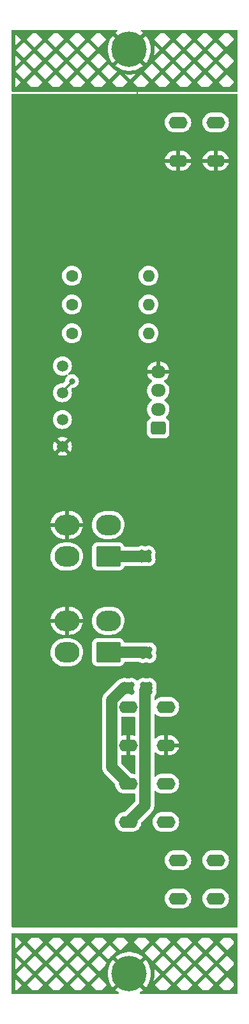
<source format=gbr>
%TF.GenerationSoftware,KiCad,Pcbnew,7.0.11+dfsg-1build4*%
%TF.CreationDate,2024-12-30T23:49:52+01:00*%
%TF.ProjectId,Z80-Backplane,5a38302d-4261-4636-9b70-6c616e652e6b,rev?*%
%TF.SameCoordinates,Original*%
%TF.FileFunction,Copper,L1,Top*%
%TF.FilePolarity,Positive*%
%FSLAX46Y46*%
G04 Gerber Fmt 4.6, Leading zero omitted, Abs format (unit mm)*
G04 Created by KiCad (PCBNEW 7.0.11+dfsg-1build4) date 2024-12-30 23:49:52*
%MOMM*%
%LPD*%
G01*
G04 APERTURE LIST*
G04 Aperture macros list*
%AMRoundRect*
0 Rectangle with rounded corners*
0 $1 Rounding radius*
0 $2 $3 $4 $5 $6 $7 $8 $9 X,Y pos of 4 corners*
0 Add a 4 corners polygon primitive as box body*
4,1,4,$2,$3,$4,$5,$6,$7,$8,$9,$2,$3,0*
0 Add four circle primitives for the rounded corners*
1,1,$1+$1,$2,$3*
1,1,$1+$1,$4,$5*
1,1,$1+$1,$6,$7*
1,1,$1+$1,$8,$9*
0 Add four rect primitives between the rounded corners*
20,1,$1+$1,$2,$3,$4,$5,0*
20,1,$1+$1,$4,$5,$6,$7,0*
20,1,$1+$1,$6,$7,$8,$9,0*
20,1,$1+$1,$8,$9,$2,$3,0*%
G04 Aperture macros list end*
%TA.AperFunction,ComponentPad*%
%ADD10C,1.600000*%
%TD*%
%TA.AperFunction,ComponentPad*%
%ADD11O,1.600000X1.600000*%
%TD*%
%TA.AperFunction,ComponentPad*%
%ADD12RoundRect,0.250000X0.725000X-0.600000X0.725000X0.600000X-0.725000X0.600000X-0.725000X-0.600000X0*%
%TD*%
%TA.AperFunction,ComponentPad*%
%ADD13O,1.950000X1.700000*%
%TD*%
%TA.AperFunction,ComponentPad*%
%ADD14O,2.500000X1.600000*%
%TD*%
%TA.AperFunction,ComponentPad*%
%ADD15C,4.700000*%
%TD*%
%TA.AperFunction,ComponentPad*%
%ADD16C,1.500000*%
%TD*%
%TA.AperFunction,ComponentPad*%
%ADD17RoundRect,0.250001X1.399999X-1.099999X1.399999X1.099999X-1.399999X1.099999X-1.399999X-1.099999X0*%
%TD*%
%TA.AperFunction,ComponentPad*%
%ADD18O,3.300000X2.700000*%
%TD*%
%TA.AperFunction,ViaPad*%
%ADD19C,0.800000*%
%TD*%
%TA.AperFunction,Conductor*%
%ADD20C,0.200000*%
%TD*%
%TA.AperFunction,Conductor*%
%ADD21C,0.250000*%
%TD*%
%TA.AperFunction,Conductor*%
%ADD22C,1.500000*%
%TD*%
G04 APERTURE END LIST*
D10*
%TO.P,R3,1*%
%TO.N,+5V*%
X54610000Y-87630000D03*
D11*
%TO.P,R3,2*%
%TO.N,Net-(J3-Pin_3)*%
X64770000Y-87630000D03*
%TD*%
D10*
%TO.P,R2,1*%
%TO.N,+12V*%
X54610000Y-83820000D03*
D11*
%TO.P,R2,2*%
%TO.N,Net-(J3-Pin_2)*%
X64770000Y-83820000D03*
%TD*%
D10*
%TO.P,R1,1*%
%TO.N,-12V*%
X54610000Y-80010000D03*
D11*
%TO.P,R1,2*%
%TO.N,Net-(J3-Pin_1)*%
X64770000Y-80010000D03*
%TD*%
D12*
%TO.P,J3,1,Pin_1*%
%TO.N,Net-(J3-Pin_1)*%
X66040000Y-100210000D03*
D13*
%TO.P,J3,2,Pin_2*%
%TO.N,Net-(J3-Pin_2)*%
X66040000Y-97710000D03*
%TO.P,J3,3,Pin_3*%
%TO.N,Net-(J3-Pin_3)*%
X66040000Y-95210000D03*
%TO.P,J3,4,Pin_4*%
%TO.N,GND*%
X66040000Y-92710000D03*
%TD*%
D14*
%TO.P,J5,1,Pin_1*%
%TO.N,+5V*%
X62056000Y-137160000D03*
X67056000Y-137160000D03*
%TD*%
D15*
%TO.P,H10,1,1*%
%TO.N,GND*%
X62200000Y-172500000D03*
%TD*%
D14*
%TO.P,J8,1,Pin_1*%
%TO.N,GND*%
X62056000Y-142240000D03*
X67056000Y-142240000D03*
%TD*%
%TO.P,J13,1,Pin_1*%
%TO.N,-12V*%
X62056000Y-152400000D03*
X67056000Y-152400000D03*
%TD*%
D15*
%TO.P,H11,1,1*%
%TO.N,GND*%
X62200000Y-50000000D03*
%TD*%
D14*
%TO.P,J11,1,Pin_1*%
%TO.N,+12V*%
X62056000Y-147320000D03*
X67056000Y-147320000D03*
%TD*%
%TO.P,J10,1,Pin_1*%
%TO.N,+12V*%
X73660000Y-157480000D03*
X68660000Y-157480000D03*
%TD*%
D16*
%TO.P,TP4,1,1*%
%TO.N,GND*%
X53340000Y-102610000D03*
%TD*%
D17*
%TO.P,J1,1,Pin_1*%
%TO.N,-12V*%
X59420000Y-117230000D03*
D18*
%TO.P,J1,2,Pin_2*%
%TO.N,+12V*%
X59420000Y-113030000D03*
%TO.P,J1,3,Pin_3*%
%TO.N,+5V*%
X53920000Y-117230000D03*
%TO.P,J1,4,Pin_4*%
%TO.N,GND*%
X53920000Y-113030000D03*
%TD*%
D16*
%TO.P,TP2,1,1*%
%TO.N,+12V*%
X53340000Y-95510000D03*
%TD*%
D14*
%TO.P,J12,1,Pin_1*%
%TO.N,-12V*%
X73660000Y-162560000D03*
X68660000Y-162560000D03*
%TD*%
%TO.P,J7,1,Pin_1*%
%TO.N,GND*%
X73660000Y-64770000D03*
X68660000Y-64770000D03*
%TD*%
%TO.P,J6,1,Pin_1*%
%TO.N,+5V*%
X73660000Y-59690000D03*
X68660000Y-59690000D03*
%TD*%
D17*
%TO.P,J2,1,Pin_1*%
%TO.N,-12V*%
X59420000Y-129930000D03*
D18*
%TO.P,J2,2,Pin_2*%
%TO.N,+12V*%
X59420000Y-125730000D03*
%TO.P,J2,3,Pin_3*%
%TO.N,+5V*%
X53920000Y-129930000D03*
%TO.P,J2,4,Pin_4*%
%TO.N,GND*%
X53920000Y-125730000D03*
%TD*%
D16*
%TO.P,TP1,1,1*%
%TO.N,-12V*%
X53340000Y-91960000D03*
%TD*%
%TO.P,TP3,1,1*%
%TO.N,+5V*%
X53340000Y-99060000D03*
%TD*%
D19*
%TO.N,+12V*%
X54610000Y-93980000D03*
%TO.N,GND*%
X56007000Y-141732000D03*
X56896000Y-133604000D03*
X56896000Y-141732000D03*
X56007000Y-142621000D03*
X56896000Y-142621000D03*
X56007000Y-134493000D03*
X70612000Y-164410000D03*
X56896000Y-134493000D03*
X56007000Y-133604000D03*
%TO.N,+12V*%
X62484000Y-134239000D03*
X61595000Y-135128000D03*
X61595000Y-134239000D03*
X62484000Y-135128000D03*
%TO.N,-12V*%
X63881000Y-116713000D03*
X63881000Y-117602000D03*
X64897000Y-129540000D03*
X64008000Y-129540000D03*
X64897000Y-130429000D03*
X64897000Y-135128000D03*
X64008000Y-135128000D03*
X64770000Y-116713000D03*
X64008000Y-130429000D03*
X64897000Y-134239000D03*
X64008000Y-134239000D03*
X64770000Y-117602000D03*
%TD*%
D20*
%TO.N,GND*%
X63246000Y-61468000D02*
X63246000Y-55499000D01*
D21*
%TO.N,+12V*%
X53340000Y-95250000D02*
X54610000Y-93980000D01*
X53340000Y-95510000D02*
X53340000Y-95250000D01*
D20*
%TO.N,GND*%
X66548000Y-64770000D02*
X63246000Y-61468000D01*
D22*
X56522521Y-135636000D02*
X56522521Y-134016340D01*
X56388000Y-135882479D02*
X56388000Y-142367000D01*
X56522521Y-142120521D02*
X56642000Y-142240000D01*
D20*
X68660000Y-64770000D02*
X66548000Y-64770000D01*
D22*
%TO.N,+12V*%
X59856000Y-136232000D02*
X61468000Y-134620000D01*
X62056000Y-147320000D02*
X59856000Y-145120000D01*
X61468000Y-134620000D02*
X61976000Y-134620000D01*
X59856000Y-145120000D02*
X59856000Y-136232000D01*
%TO.N,-12V*%
X59420000Y-129930000D02*
X64380000Y-129930000D01*
X64380000Y-129930000D02*
X64389000Y-129921000D01*
X64256000Y-150200000D02*
X64256000Y-134880000D01*
X59429000Y-117221000D02*
X59420000Y-117230000D01*
X64256000Y-134880000D02*
X64516000Y-134620000D01*
X64389000Y-117221000D02*
X59429000Y-117221000D01*
X62056000Y-152400000D02*
X64256000Y-150200000D01*
%TD*%
%TA.AperFunction,Conductor*%
%TO.N,GND*%
G36*
X62306000Y-143540000D02*
G01*
X62562764Y-143540000D01*
X62562766Y-143539999D01*
X62732599Y-143525141D01*
X62732606Y-143525140D01*
X62841406Y-143495987D01*
X62911256Y-143497650D01*
X62969119Y-143536812D01*
X62996623Y-143601040D01*
X62997500Y-143615762D01*
X62997500Y-145935438D01*
X62977815Y-146002477D01*
X62925011Y-146048232D01*
X62855853Y-146058176D01*
X62841407Y-146055213D01*
X62734092Y-146026458D01*
X62734082Y-146026456D01*
X62568811Y-146011997D01*
X62503743Y-145986544D01*
X62491938Y-145976150D01*
X61150819Y-144635031D01*
X61117334Y-144573708D01*
X61114500Y-144547350D01*
X61114500Y-143615762D01*
X61134185Y-143548723D01*
X61186989Y-143502968D01*
X61256147Y-143493024D01*
X61270594Y-143495987D01*
X61379393Y-143525140D01*
X61379400Y-143525141D01*
X61549233Y-143539999D01*
X61549236Y-143540000D01*
X61806000Y-143540000D01*
X61806000Y-142665000D01*
X62306000Y-142665000D01*
X62306000Y-143540000D01*
G37*
%TD.AperFunction*%
%TA.AperFunction,Conductor*%
G36*
X61270582Y-138424783D02*
G01*
X61377913Y-138453543D01*
X61548871Y-138468499D01*
X61548872Y-138468500D01*
X61548873Y-138468500D01*
X62563128Y-138468500D01*
X62563128Y-138468499D01*
X62734087Y-138453543D01*
X62841408Y-138424786D01*
X62911256Y-138426449D01*
X62969118Y-138465611D01*
X62996623Y-138529839D01*
X62997500Y-138544561D01*
X62997500Y-140864237D01*
X62977815Y-140931276D01*
X62925011Y-140977031D01*
X62855853Y-140986975D01*
X62841407Y-140984012D01*
X62732610Y-140954860D01*
X62732599Y-140954858D01*
X62562766Y-140940000D01*
X62306000Y-140940000D01*
X62306000Y-141815000D01*
X61806000Y-141815000D01*
X61806000Y-140940000D01*
X61549233Y-140940000D01*
X61379400Y-140954858D01*
X61379389Y-140954860D01*
X61270593Y-140984012D01*
X61200743Y-140982349D01*
X61142881Y-140943186D01*
X61115377Y-140878958D01*
X61114500Y-140864237D01*
X61114500Y-138544561D01*
X61134185Y-138477522D01*
X61186989Y-138431767D01*
X61256147Y-138421823D01*
X61270582Y-138424783D01*
G37*
%TD.AperFunction*%
%TA.AperFunction,Conductor*%
G36*
X76542539Y-55899685D02*
G01*
X76588294Y-55952489D01*
X76599500Y-56004000D01*
X76599500Y-166246000D01*
X76579815Y-166313039D01*
X76527011Y-166358794D01*
X76475500Y-166370000D01*
X46724500Y-166370000D01*
X46657461Y-166350315D01*
X46611706Y-166297511D01*
X46600500Y-166246000D01*
X46600500Y-162560001D01*
X66896502Y-162560001D01*
X66916456Y-162788081D01*
X66916457Y-162788089D01*
X66975714Y-163009238D01*
X66975718Y-163009249D01*
X67072475Y-163216745D01*
X67072477Y-163216749D01*
X67203802Y-163404300D01*
X67365700Y-163566198D01*
X67553251Y-163697523D01*
X67678091Y-163755736D01*
X67760750Y-163794281D01*
X67760752Y-163794281D01*
X67760757Y-163794284D01*
X67981913Y-163853543D01*
X68152871Y-163868499D01*
X68152872Y-163868500D01*
X68152873Y-163868500D01*
X69167128Y-163868500D01*
X69167128Y-163868499D01*
X69338087Y-163853543D01*
X69559243Y-163794284D01*
X69766749Y-163697523D01*
X69954300Y-163566198D01*
X70116198Y-163404300D01*
X70247523Y-163216749D01*
X70344284Y-163009243D01*
X70403543Y-162788087D01*
X70423498Y-162560001D01*
X71896502Y-162560001D01*
X71916456Y-162788081D01*
X71916457Y-162788089D01*
X71975714Y-163009238D01*
X71975718Y-163009249D01*
X72072475Y-163216745D01*
X72072477Y-163216749D01*
X72203802Y-163404300D01*
X72365700Y-163566198D01*
X72553251Y-163697523D01*
X72678091Y-163755736D01*
X72760750Y-163794281D01*
X72760752Y-163794281D01*
X72760757Y-163794284D01*
X72981913Y-163853543D01*
X73152871Y-163868499D01*
X73152872Y-163868500D01*
X73152873Y-163868500D01*
X74167128Y-163868500D01*
X74167128Y-163868499D01*
X74338087Y-163853543D01*
X74559243Y-163794284D01*
X74766749Y-163697523D01*
X74954300Y-163566198D01*
X75116198Y-163404300D01*
X75247523Y-163216749D01*
X75344284Y-163009243D01*
X75403543Y-162788087D01*
X75423498Y-162560000D01*
X75403543Y-162331913D01*
X75344284Y-162110757D01*
X75247523Y-161903251D01*
X75116198Y-161715700D01*
X74954300Y-161553802D01*
X74766749Y-161422477D01*
X74766745Y-161422475D01*
X74559249Y-161325718D01*
X74559238Y-161325714D01*
X74338089Y-161266457D01*
X74338081Y-161266456D01*
X74167130Y-161251500D01*
X74167127Y-161251500D01*
X73152873Y-161251500D01*
X73152869Y-161251500D01*
X72981918Y-161266456D01*
X72981910Y-161266457D01*
X72760761Y-161325714D01*
X72760750Y-161325718D01*
X72553254Y-161422475D01*
X72553252Y-161422476D01*
X72553251Y-161422477D01*
X72365700Y-161553802D01*
X72365698Y-161553803D01*
X72365695Y-161553806D01*
X72203806Y-161715695D01*
X72072476Y-161903252D01*
X72072475Y-161903254D01*
X71975718Y-162110750D01*
X71975714Y-162110761D01*
X71916457Y-162331910D01*
X71916456Y-162331918D01*
X71896502Y-162559998D01*
X71896502Y-162560001D01*
X70423498Y-162560001D01*
X70423498Y-162560000D01*
X70403543Y-162331913D01*
X70344284Y-162110757D01*
X70247523Y-161903251D01*
X70116198Y-161715700D01*
X69954300Y-161553802D01*
X69766749Y-161422477D01*
X69766745Y-161422475D01*
X69559249Y-161325718D01*
X69559238Y-161325714D01*
X69338089Y-161266457D01*
X69338081Y-161266456D01*
X69167130Y-161251500D01*
X69167127Y-161251500D01*
X68152873Y-161251500D01*
X68152869Y-161251500D01*
X67981918Y-161266456D01*
X67981910Y-161266457D01*
X67760761Y-161325714D01*
X67760750Y-161325718D01*
X67553254Y-161422475D01*
X67553252Y-161422476D01*
X67553251Y-161422477D01*
X67365700Y-161553802D01*
X67365698Y-161553803D01*
X67365695Y-161553806D01*
X67203806Y-161715695D01*
X67072476Y-161903252D01*
X67072475Y-161903254D01*
X66975718Y-162110750D01*
X66975714Y-162110761D01*
X66916457Y-162331910D01*
X66916456Y-162331918D01*
X66896502Y-162559998D01*
X66896502Y-162560001D01*
X46600500Y-162560001D01*
X46600500Y-157480001D01*
X66896502Y-157480001D01*
X66916456Y-157708081D01*
X66916457Y-157708089D01*
X66975714Y-157929238D01*
X66975718Y-157929249D01*
X67072475Y-158136745D01*
X67072477Y-158136749D01*
X67203802Y-158324300D01*
X67365700Y-158486198D01*
X67553251Y-158617523D01*
X67678091Y-158675736D01*
X67760750Y-158714281D01*
X67760752Y-158714281D01*
X67760757Y-158714284D01*
X67981913Y-158773543D01*
X68152871Y-158788499D01*
X68152872Y-158788500D01*
X68152873Y-158788500D01*
X69167128Y-158788500D01*
X69167128Y-158788499D01*
X69338087Y-158773543D01*
X69559243Y-158714284D01*
X69766749Y-158617523D01*
X69954300Y-158486198D01*
X70116198Y-158324300D01*
X70247523Y-158136749D01*
X70344284Y-157929243D01*
X70403543Y-157708087D01*
X70423498Y-157480001D01*
X71896502Y-157480001D01*
X71916456Y-157708081D01*
X71916457Y-157708089D01*
X71975714Y-157929238D01*
X71975718Y-157929249D01*
X72072475Y-158136745D01*
X72072477Y-158136749D01*
X72203802Y-158324300D01*
X72365700Y-158486198D01*
X72553251Y-158617523D01*
X72678091Y-158675736D01*
X72760750Y-158714281D01*
X72760752Y-158714281D01*
X72760757Y-158714284D01*
X72981913Y-158773543D01*
X73152871Y-158788499D01*
X73152872Y-158788500D01*
X73152873Y-158788500D01*
X74167128Y-158788500D01*
X74167128Y-158788499D01*
X74338087Y-158773543D01*
X74559243Y-158714284D01*
X74766749Y-158617523D01*
X74954300Y-158486198D01*
X75116198Y-158324300D01*
X75247523Y-158136749D01*
X75344284Y-157929243D01*
X75403543Y-157708087D01*
X75423498Y-157480000D01*
X75403543Y-157251913D01*
X75344284Y-157030757D01*
X75247523Y-156823251D01*
X75116198Y-156635700D01*
X74954300Y-156473802D01*
X74766749Y-156342477D01*
X74766745Y-156342475D01*
X74559249Y-156245718D01*
X74559238Y-156245714D01*
X74338089Y-156186457D01*
X74338081Y-156186456D01*
X74167130Y-156171500D01*
X74167127Y-156171500D01*
X73152873Y-156171500D01*
X73152869Y-156171500D01*
X72981918Y-156186456D01*
X72981910Y-156186457D01*
X72760761Y-156245714D01*
X72760750Y-156245718D01*
X72553254Y-156342475D01*
X72553252Y-156342476D01*
X72553251Y-156342477D01*
X72365700Y-156473802D01*
X72365698Y-156473803D01*
X72365695Y-156473806D01*
X72203806Y-156635695D01*
X72072476Y-156823252D01*
X72072475Y-156823254D01*
X71975718Y-157030750D01*
X71975714Y-157030761D01*
X71916457Y-157251910D01*
X71916456Y-157251918D01*
X71896502Y-157479998D01*
X71896502Y-157480001D01*
X70423498Y-157480001D01*
X70423498Y-157480000D01*
X70403543Y-157251913D01*
X70344284Y-157030757D01*
X70247523Y-156823251D01*
X70116198Y-156635700D01*
X69954300Y-156473802D01*
X69766749Y-156342477D01*
X69766745Y-156342475D01*
X69559249Y-156245718D01*
X69559238Y-156245714D01*
X69338089Y-156186457D01*
X69338081Y-156186456D01*
X69167130Y-156171500D01*
X69167127Y-156171500D01*
X68152873Y-156171500D01*
X68152869Y-156171500D01*
X67981918Y-156186456D01*
X67981910Y-156186457D01*
X67760761Y-156245714D01*
X67760750Y-156245718D01*
X67553254Y-156342475D01*
X67553252Y-156342476D01*
X67553251Y-156342477D01*
X67365700Y-156473802D01*
X67365698Y-156473803D01*
X67365695Y-156473806D01*
X67203806Y-156635695D01*
X67072476Y-156823252D01*
X67072475Y-156823254D01*
X66975718Y-157030750D01*
X66975714Y-157030761D01*
X66916457Y-157251910D01*
X66916456Y-157251918D01*
X66896502Y-157479998D01*
X66896502Y-157480001D01*
X46600500Y-157480001D01*
X46600500Y-145091651D01*
X58592730Y-145091651D01*
X58597219Y-145158212D01*
X58597500Y-145166554D01*
X58597500Y-145176529D01*
X58601175Y-145217372D01*
X58601393Y-145220138D01*
X58607970Y-145317666D01*
X58607972Y-145317681D01*
X58609061Y-145322002D01*
X58612317Y-145341162D01*
X58612718Y-145345617D01*
X58638725Y-145439854D01*
X58639434Y-145442542D01*
X58663318Y-145537329D01*
X58663324Y-145537346D01*
X58665168Y-145541405D01*
X58671797Y-145559686D01*
X58672986Y-145563993D01*
X58715403Y-145652074D01*
X58716565Y-145654558D01*
X58757002Y-145743584D01*
X58757003Y-145743585D01*
X58759543Y-145747251D01*
X58769340Y-145764075D01*
X58771270Y-145768084D01*
X58771273Y-145768088D01*
X58771275Y-145768093D01*
X58771278Y-145768097D01*
X58828728Y-145847170D01*
X58830338Y-145849439D01*
X58886014Y-145929802D01*
X58889168Y-145932956D01*
X58901801Y-145947746D01*
X58904427Y-145951361D01*
X58904428Y-145951362D01*
X58904429Y-145951363D01*
X58975135Y-146018965D01*
X58977078Y-146020866D01*
X60262149Y-147305937D01*
X60295634Y-147367260D01*
X60297996Y-147382810D01*
X60312456Y-147548082D01*
X60312457Y-147548089D01*
X60371714Y-147769238D01*
X60371718Y-147769249D01*
X60468475Y-147976745D01*
X60468477Y-147976749D01*
X60599802Y-148164300D01*
X60761700Y-148326198D01*
X60949251Y-148457523D01*
X61074091Y-148515736D01*
X61156750Y-148554281D01*
X61156752Y-148554281D01*
X61156757Y-148554284D01*
X61377913Y-148613543D01*
X61548871Y-148628499D01*
X61548872Y-148628500D01*
X61548873Y-148628500D01*
X62563128Y-148628500D01*
X62563128Y-148628499D01*
X62734087Y-148613543D01*
X62841408Y-148584786D01*
X62911256Y-148586449D01*
X62969118Y-148625611D01*
X62996623Y-148689839D01*
X62997500Y-148704561D01*
X62997500Y-149627350D01*
X62977815Y-149694389D01*
X62961181Y-149715031D01*
X61620061Y-151056150D01*
X61558738Y-151089635D01*
X61543188Y-151091997D01*
X61377917Y-151106456D01*
X61377910Y-151106457D01*
X61156761Y-151165714D01*
X61156750Y-151165718D01*
X60949254Y-151262475D01*
X60949252Y-151262476D01*
X60949251Y-151262477D01*
X60761700Y-151393802D01*
X60761698Y-151393803D01*
X60761695Y-151393806D01*
X60599806Y-151555695D01*
X60468476Y-151743252D01*
X60468475Y-151743254D01*
X60371718Y-151950750D01*
X60371714Y-151950761D01*
X60312457Y-152171910D01*
X60312456Y-152171918D01*
X60292502Y-152399998D01*
X60292502Y-152400001D01*
X60312456Y-152628081D01*
X60312457Y-152628089D01*
X60371714Y-152849238D01*
X60371718Y-152849249D01*
X60468475Y-153056745D01*
X60468477Y-153056749D01*
X60599802Y-153244300D01*
X60761700Y-153406198D01*
X60949251Y-153537523D01*
X61074091Y-153595736D01*
X61156750Y-153634281D01*
X61156752Y-153634281D01*
X61156757Y-153634284D01*
X61377913Y-153693543D01*
X61548871Y-153708499D01*
X61548872Y-153708500D01*
X61548873Y-153708500D01*
X62563128Y-153708500D01*
X62563128Y-153708499D01*
X62734087Y-153693543D01*
X62955243Y-153634284D01*
X63162749Y-153537523D01*
X63350300Y-153406198D01*
X63512198Y-153244300D01*
X63643523Y-153056749D01*
X63740284Y-152849243D01*
X63799543Y-152628087D01*
X63814002Y-152462809D01*
X63838570Y-152400001D01*
X65292502Y-152400001D01*
X65312456Y-152628081D01*
X65312457Y-152628089D01*
X65371714Y-152849238D01*
X65371718Y-152849249D01*
X65468475Y-153056745D01*
X65468477Y-153056749D01*
X65599802Y-153244300D01*
X65761700Y-153406198D01*
X65949251Y-153537523D01*
X66074091Y-153595736D01*
X66156750Y-153634281D01*
X66156752Y-153634281D01*
X66156757Y-153634284D01*
X66377913Y-153693543D01*
X66548871Y-153708499D01*
X66548872Y-153708500D01*
X66548873Y-153708500D01*
X67563128Y-153708500D01*
X67563128Y-153708499D01*
X67734087Y-153693543D01*
X67955243Y-153634284D01*
X68162749Y-153537523D01*
X68350300Y-153406198D01*
X68512198Y-153244300D01*
X68643523Y-153056749D01*
X68740284Y-152849243D01*
X68799543Y-152628087D01*
X68819498Y-152400000D01*
X68819300Y-152397742D01*
X68799543Y-152171918D01*
X68799543Y-152171913D01*
X68740284Y-151950757D01*
X68643523Y-151743251D01*
X68512198Y-151555700D01*
X68350300Y-151393802D01*
X68162749Y-151262477D01*
X68162745Y-151262475D01*
X67955249Y-151165718D01*
X67955238Y-151165714D01*
X67734089Y-151106457D01*
X67734081Y-151106456D01*
X67563130Y-151091500D01*
X67563127Y-151091500D01*
X66548873Y-151091500D01*
X66548869Y-151091500D01*
X66377918Y-151106456D01*
X66377910Y-151106457D01*
X66156761Y-151165714D01*
X66156750Y-151165718D01*
X65949254Y-151262475D01*
X65949252Y-151262476D01*
X65949251Y-151262477D01*
X65761700Y-151393802D01*
X65761698Y-151393803D01*
X65761695Y-151393806D01*
X65599806Y-151555695D01*
X65468476Y-151743252D01*
X65468475Y-151743254D01*
X65371718Y-151950750D01*
X65371714Y-151950761D01*
X65312457Y-152171910D01*
X65312456Y-152171918D01*
X65292502Y-152399998D01*
X65292502Y-152400001D01*
X63838570Y-152400001D01*
X63839454Y-152397742D01*
X63849841Y-152385945D01*
X65091001Y-151144785D01*
X65101351Y-151135536D01*
X65129218Y-151113314D01*
X65173107Y-151063077D01*
X65178810Y-151056978D01*
X65185844Y-151049944D01*
X65185844Y-151049943D01*
X65185861Y-151049927D01*
X65212186Y-151018393D01*
X65213917Y-151016366D01*
X65278263Y-150942718D01*
X65280549Y-150938891D01*
X65291818Y-150923010D01*
X65294671Y-150919593D01*
X65342904Y-150834586D01*
X65344296Y-150832196D01*
X65394453Y-150748250D01*
X65396019Y-150744075D01*
X65404271Y-150726438D01*
X65406468Y-150722567D01*
X65438757Y-150630284D01*
X65439665Y-150627777D01*
X65474051Y-150536161D01*
X65474846Y-150531775D01*
X65479817Y-150512945D01*
X65481287Y-150508745D01*
X65496602Y-150412045D01*
X65497022Y-150409574D01*
X65514500Y-150313267D01*
X65514500Y-150308805D01*
X65516027Y-150289407D01*
X65516724Y-150285005D01*
X65516725Y-150285000D01*
X65514531Y-150187244D01*
X65514500Y-150184462D01*
X65514500Y-148378360D01*
X65534185Y-148311321D01*
X65586989Y-148265566D01*
X65656147Y-148255622D01*
X65719703Y-148284647D01*
X65726181Y-148290679D01*
X65761700Y-148326198D01*
X65949251Y-148457523D01*
X66074091Y-148515736D01*
X66156750Y-148554281D01*
X66156752Y-148554281D01*
X66156757Y-148554284D01*
X66377913Y-148613543D01*
X66548871Y-148628499D01*
X66548872Y-148628500D01*
X66548873Y-148628500D01*
X67563128Y-148628500D01*
X67563128Y-148628499D01*
X67734087Y-148613543D01*
X67955243Y-148554284D01*
X68162749Y-148457523D01*
X68350300Y-148326198D01*
X68512198Y-148164300D01*
X68643523Y-147976749D01*
X68740284Y-147769243D01*
X68799543Y-147548087D01*
X68819498Y-147320000D01*
X68799543Y-147091913D01*
X68740284Y-146870757D01*
X68643523Y-146663251D01*
X68512198Y-146475700D01*
X68350300Y-146313802D01*
X68162749Y-146182477D01*
X68162745Y-146182475D01*
X67955249Y-146085718D01*
X67955238Y-146085714D01*
X67734089Y-146026457D01*
X67734081Y-146026456D01*
X67563130Y-146011500D01*
X67563127Y-146011500D01*
X66548873Y-146011500D01*
X66548869Y-146011500D01*
X66377918Y-146026456D01*
X66377910Y-146026457D01*
X66156761Y-146085714D01*
X66156750Y-146085718D01*
X65949254Y-146182475D01*
X65949252Y-146182476D01*
X65949251Y-146182477D01*
X65761700Y-146313802D01*
X65761698Y-146313803D01*
X65761695Y-146313806D01*
X65726181Y-146349321D01*
X65664858Y-146382806D01*
X65595166Y-146377822D01*
X65539233Y-146335950D01*
X65514816Y-146270486D01*
X65514500Y-146261640D01*
X65514500Y-143286340D01*
X65534185Y-143219301D01*
X65586989Y-143173546D01*
X65656147Y-143163602D01*
X65719703Y-143192627D01*
X65726181Y-143198659D01*
X65767179Y-143239657D01*
X65953517Y-143370134D01*
X66159673Y-143466265D01*
X66159682Y-143466269D01*
X66379389Y-143525139D01*
X66379400Y-143525141D01*
X66549233Y-143539999D01*
X66549236Y-143540000D01*
X66806000Y-143540000D01*
X66806000Y-142665000D01*
X67306000Y-142665000D01*
X67306000Y-143540000D01*
X67562764Y-143540000D01*
X67562766Y-143539999D01*
X67732599Y-143525141D01*
X67732610Y-143525139D01*
X67952317Y-143466269D01*
X67952326Y-143466265D01*
X68158482Y-143370134D01*
X68344820Y-143239657D01*
X68505657Y-143078820D01*
X68636134Y-142892482D01*
X68732265Y-142686326D01*
X68732269Y-142686317D01*
X68784872Y-142490000D01*
X67630607Y-142490000D01*
X67690238Y-142372969D01*
X67711298Y-142240000D01*
X67690238Y-142107031D01*
X67630607Y-141990000D01*
X68784872Y-141990000D01*
X68784872Y-141989999D01*
X68732269Y-141793682D01*
X68732265Y-141793673D01*
X68636134Y-141587517D01*
X68505657Y-141401179D01*
X68344820Y-141240342D01*
X68158482Y-141109865D01*
X67952326Y-141013734D01*
X67952317Y-141013730D01*
X67732610Y-140954860D01*
X67732599Y-140954858D01*
X67562766Y-140940000D01*
X67306000Y-140940000D01*
X67306000Y-141815000D01*
X66806000Y-141815000D01*
X66806000Y-140940000D01*
X66549233Y-140940000D01*
X66379400Y-140954858D01*
X66379389Y-140954860D01*
X66159682Y-141013730D01*
X66159673Y-141013734D01*
X65953517Y-141109865D01*
X65767179Y-141240342D01*
X65726181Y-141281341D01*
X65664858Y-141314826D01*
X65595166Y-141309842D01*
X65539233Y-141267970D01*
X65514816Y-141202506D01*
X65514500Y-141193660D01*
X65514500Y-138218360D01*
X65534185Y-138151321D01*
X65586989Y-138105566D01*
X65656147Y-138095622D01*
X65719703Y-138124647D01*
X65726181Y-138130679D01*
X65761700Y-138166198D01*
X65949251Y-138297523D01*
X66074091Y-138355736D01*
X66156750Y-138394281D01*
X66156752Y-138394281D01*
X66156757Y-138394284D01*
X66377913Y-138453543D01*
X66548871Y-138468499D01*
X66548872Y-138468500D01*
X66548873Y-138468500D01*
X67563128Y-138468500D01*
X67563128Y-138468499D01*
X67734087Y-138453543D01*
X67955243Y-138394284D01*
X68162749Y-138297523D01*
X68350300Y-138166198D01*
X68512198Y-138004300D01*
X68643523Y-137816749D01*
X68740284Y-137609243D01*
X68799543Y-137388087D01*
X68819498Y-137160000D01*
X68799543Y-136931913D01*
X68740284Y-136710757D01*
X68643523Y-136503251D01*
X68512198Y-136315700D01*
X68350300Y-136153802D01*
X68162749Y-136022477D01*
X68156961Y-136019778D01*
X67955249Y-135925718D01*
X67955238Y-135925714D01*
X67734089Y-135866457D01*
X67734081Y-135866456D01*
X67563130Y-135851500D01*
X67563127Y-135851500D01*
X66548873Y-135851500D01*
X66548869Y-135851500D01*
X66377918Y-135866456D01*
X66377910Y-135866457D01*
X66156761Y-135925714D01*
X66156750Y-135925718D01*
X65949254Y-136022475D01*
X65949252Y-136022476D01*
X65878856Y-136071767D01*
X65761700Y-136153802D01*
X65761698Y-136153803D01*
X65761695Y-136153806D01*
X65726181Y-136189321D01*
X65664858Y-136222806D01*
X65595166Y-136217822D01*
X65539233Y-136175950D01*
X65514816Y-136110486D01*
X65514500Y-136101640D01*
X65514500Y-135847526D01*
X65534185Y-135780487D01*
X65546343Y-135764560D01*
X65636040Y-135664944D01*
X65731527Y-135499556D01*
X65790542Y-135317928D01*
X65810504Y-135128000D01*
X65790542Y-134938072D01*
X65765633Y-134861414D01*
X65761092Y-134803699D01*
X65776725Y-134705000D01*
X65772293Y-134507599D01*
X65778332Y-134466502D01*
X65790542Y-134428928D01*
X65810504Y-134239000D01*
X65790542Y-134049072D01*
X65731527Y-133867444D01*
X65636040Y-133702056D01*
X65508253Y-133560134D01*
X65353752Y-133447882D01*
X65179288Y-133370206D01*
X65179286Y-133370205D01*
X64992487Y-133330500D01*
X64801513Y-133330500D01*
X64681183Y-133356076D01*
X64651442Y-133362398D01*
X64611780Y-133364327D01*
X64544359Y-133356731D01*
X64544346Y-133356730D01*
X64320569Y-133371818D01*
X64286447Y-133369389D01*
X64103487Y-133330500D01*
X63912513Y-133330500D01*
X63725714Y-133370205D01*
X63711986Y-133376317D01*
X63575717Y-133436988D01*
X63551246Y-133447883D01*
X63396747Y-133560133D01*
X63338150Y-133625213D01*
X63278663Y-133661861D01*
X63208806Y-133660530D01*
X63153850Y-133625213D01*
X63095252Y-133560133D01*
X63018002Y-133504008D01*
X62940752Y-133447882D01*
X62766288Y-133370206D01*
X62766286Y-133370205D01*
X62579487Y-133330500D01*
X62388513Y-133330500D01*
X62195911Y-133371439D01*
X62147989Y-133372156D01*
X62146126Y-133371818D01*
X62142959Y-133371243D01*
X62089270Y-133361500D01*
X62089267Y-133361500D01*
X61849361Y-133361500D01*
X61823580Y-133358790D01*
X61813893Y-133356731D01*
X61690487Y-133330500D01*
X61499513Y-133330500D01*
X61340367Y-133364327D01*
X61328878Y-133366769D01*
X61311444Y-133369197D01*
X61270330Y-133371970D01*
X61265988Y-133373064D01*
X61246837Y-133376317D01*
X61242380Y-133376718D01*
X61148112Y-133402733D01*
X61145425Y-133403442D01*
X61050663Y-133427320D01*
X61050653Y-133427324D01*
X61046585Y-133429172D01*
X61028311Y-133435798D01*
X61024006Y-133436986D01*
X61024001Y-133436988D01*
X60935970Y-133479382D01*
X60933450Y-133480561D01*
X60844407Y-133521006D01*
X60840734Y-133523552D01*
X60823935Y-133533334D01*
X60819907Y-133535275D01*
X60819905Y-133535276D01*
X60740848Y-133592714D01*
X60738581Y-133594322D01*
X60658197Y-133650014D01*
X60655029Y-133653182D01*
X60640259Y-133665796D01*
X60636645Y-133668421D01*
X60636630Y-133668435D01*
X60569054Y-133739112D01*
X60567110Y-133741100D01*
X59021006Y-135287204D01*
X59010641Y-135296468D01*
X58982783Y-135318684D01*
X58982777Y-135318690D01*
X58938890Y-135368923D01*
X58933201Y-135375010D01*
X58926134Y-135382077D01*
X58899834Y-135413579D01*
X58898030Y-135415691D01*
X58833737Y-135489281D01*
X58833732Y-135489287D01*
X58831446Y-135493114D01*
X58820199Y-135508967D01*
X58817328Y-135512405D01*
X58769089Y-135597420D01*
X58767690Y-135599822D01*
X58717552Y-135683740D01*
X58717543Y-135683758D01*
X58715971Y-135687947D01*
X58707739Y-135705543D01*
X58705532Y-135709433D01*
X58705531Y-135709434D01*
X58673234Y-135801731D01*
X58672287Y-135804343D01*
X58637950Y-135895835D01*
X58637948Y-135895841D01*
X58637149Y-135900245D01*
X58632188Y-135919037D01*
X58630714Y-135923249D01*
X58630713Y-135923252D01*
X58615424Y-136019778D01*
X58614959Y-136022517D01*
X58597500Y-136118733D01*
X58597500Y-136123192D01*
X58595973Y-136142595D01*
X58595274Y-136147001D01*
X58597469Y-136244754D01*
X58597500Y-136247536D01*
X58597500Y-145042360D01*
X58596720Y-145056245D01*
X58592731Y-145091644D01*
X58592730Y-145091651D01*
X46600500Y-145091651D01*
X46600500Y-129998056D01*
X51757771Y-129998056D01*
X51772708Y-130133802D01*
X51784291Y-130239068D01*
X51787527Y-130268471D01*
X51787528Y-130268481D01*
X51856335Y-130531672D01*
X51856337Y-130531678D01*
X51962737Y-130782058D01*
X52035175Y-130900753D01*
X52104455Y-131014273D01*
X52104456Y-131014274D01*
X52104458Y-131014277D01*
X52244533Y-131182594D01*
X52278485Y-131223392D01*
X52422845Y-131352738D01*
X52481096Y-131404931D01*
X52707984Y-131555039D01*
X52954311Y-131670512D01*
X52954313Y-131670512D01*
X52954314Y-131670513D01*
X52954320Y-131670515D01*
X53214813Y-131748886D01*
X53214820Y-131748887D01*
X53214825Y-131748889D01*
X53483975Y-131788500D01*
X53483980Y-131788500D01*
X54287918Y-131788500D01*
X54287920Y-131788500D01*
X54287924Y-131788499D01*
X54287938Y-131788499D01*
X54334361Y-131785101D01*
X54491324Y-131773613D01*
X54756864Y-131714461D01*
X55010963Y-131617277D01*
X55248203Y-131484131D01*
X55463529Y-131317861D01*
X55652352Y-131122012D01*
X55682015Y-131080551D01*
X57261500Y-131080551D01*
X57272113Y-131184428D01*
X57327883Y-131352735D01*
X57327884Y-131352738D01*
X57420967Y-131503647D01*
X57420970Y-131503651D01*
X57546348Y-131629029D01*
X57546352Y-131629032D01*
X57697261Y-131722115D01*
X57697264Y-131722116D01*
X57865571Y-131777886D01*
X57865572Y-131777886D01*
X57865575Y-131777887D01*
X57969456Y-131788500D01*
X57969461Y-131788500D01*
X60870539Y-131788500D01*
X60870544Y-131788500D01*
X60974425Y-131777887D01*
X61142738Y-131722115D01*
X61293651Y-131629030D01*
X61419030Y-131503651D01*
X61512115Y-131352738D01*
X61538372Y-131273496D01*
X61578144Y-131216052D01*
X61642659Y-131189228D01*
X61656078Y-131188500D01*
X63467439Y-131188500D01*
X63534478Y-131208185D01*
X63540320Y-131212178D01*
X63551248Y-131220118D01*
X63725712Y-131297794D01*
X63912513Y-131337500D01*
X64103487Y-131337500D01*
X64290288Y-131297794D01*
X64402066Y-131248026D01*
X64471313Y-131238741D01*
X64502929Y-131248024D01*
X64614712Y-131297794D01*
X64801513Y-131337500D01*
X64992487Y-131337500D01*
X65179288Y-131297794D01*
X65353752Y-131220118D01*
X65508253Y-131107866D01*
X65636040Y-130965944D01*
X65731527Y-130800556D01*
X65790542Y-130618928D01*
X65810504Y-130429000D01*
X65790542Y-130239072D01*
X65731527Y-130057444D01*
X65725209Y-130046501D01*
X65708735Y-129978604D01*
X65725209Y-129922498D01*
X65731527Y-129911556D01*
X65790542Y-129729928D01*
X65810504Y-129540000D01*
X65790542Y-129350072D01*
X65731527Y-129168444D01*
X65636040Y-129003056D01*
X65508253Y-128861134D01*
X65353752Y-128748882D01*
X65179288Y-128671206D01*
X65179286Y-128671205D01*
X64992487Y-128631500D01*
X64801513Y-128631500D01*
X64614712Y-128671206D01*
X64614711Y-128671206D01*
X64608357Y-128672557D01*
X64607957Y-128670676D01*
X64568017Y-128674706D01*
X64417358Y-128657731D01*
X64417347Y-128657730D01*
X64289987Y-128666317D01*
X64255866Y-128663888D01*
X64103487Y-128631500D01*
X63912513Y-128631500D01*
X63737077Y-128668790D01*
X63711296Y-128671500D01*
X61656078Y-128671500D01*
X61589039Y-128651815D01*
X61543284Y-128599011D01*
X61538372Y-128586503D01*
X61512116Y-128507266D01*
X61512115Y-128507262D01*
X61512111Y-128507256D01*
X61512110Y-128507253D01*
X61419032Y-128356352D01*
X61419029Y-128356348D01*
X61293651Y-128230970D01*
X61293647Y-128230967D01*
X61142738Y-128137884D01*
X61142735Y-128137883D01*
X60974428Y-128082113D01*
X60870551Y-128071500D01*
X60870544Y-128071500D01*
X57969456Y-128071500D01*
X57969448Y-128071500D01*
X57865571Y-128082113D01*
X57697264Y-128137883D01*
X57697261Y-128137884D01*
X57546352Y-128230967D01*
X57546348Y-128230970D01*
X57420970Y-128356348D01*
X57420967Y-128356352D01*
X57327884Y-128507261D01*
X57327883Y-128507264D01*
X57272113Y-128675571D01*
X57261500Y-128779448D01*
X57261500Y-131080551D01*
X55682015Y-131080551D01*
X55810646Y-130900757D01*
X55884954Y-130756224D01*
X55935031Y-130658827D01*
X55935033Y-130658821D01*
X55935038Y-130658812D01*
X56022878Y-130401334D01*
X56072292Y-130133810D01*
X56082228Y-129861942D01*
X56052473Y-129591525D01*
X55983663Y-129328322D01*
X55877263Y-129077942D01*
X55735542Y-128845723D01*
X55561519Y-128636613D01*
X55561518Y-128636612D01*
X55561514Y-128636607D01*
X55358904Y-128455069D01*
X55239193Y-128375869D01*
X55132016Y-128304961D01*
X54885689Y-128189488D01*
X54885685Y-128189486D01*
X54885679Y-128189484D01*
X54625186Y-128111113D01*
X54625172Y-128111110D01*
X54509037Y-128094018D01*
X54356025Y-128071500D01*
X53552080Y-128071500D01*
X53552061Y-128071500D01*
X53348676Y-128086387D01*
X53348666Y-128086388D01*
X53083140Y-128145537D01*
X53083135Y-128145539D01*
X52829034Y-128242724D01*
X52591798Y-128375868D01*
X52591793Y-128375871D01*
X52376472Y-128542137D01*
X52376462Y-128542146D01*
X52187651Y-128737984D01*
X52187649Y-128737986D01*
X52029355Y-128959241D01*
X52029352Y-128959246D01*
X51904968Y-129201172D01*
X51904961Y-129201190D01*
X51817124Y-129458656D01*
X51817121Y-129458670D01*
X51767708Y-129726190D01*
X51767707Y-129726197D01*
X51757771Y-129998056D01*
X46600500Y-129998056D01*
X46600500Y-125479999D01*
X51784883Y-125479999D01*
X51784884Y-125480000D01*
X53260671Y-125480000D01*
X53220000Y-125645005D01*
X53220000Y-125814995D01*
X53260671Y-125980000D01*
X51786343Y-125980000D01*
X51795908Y-126066923D01*
X51795909Y-126066933D01*
X51864401Y-126328920D01*
X51970317Y-126578160D01*
X52111387Y-126809313D01*
X52111388Y-126809315D01*
X52284617Y-127017474D01*
X52486304Y-127198184D01*
X52712152Y-127347604D01*
X52957364Y-127462554D01*
X53216666Y-127540567D01*
X53216680Y-127540570D01*
X53484601Y-127579999D01*
X53484602Y-127580000D01*
X53670000Y-127580000D01*
X53670000Y-126383837D01*
X53751249Y-126414651D01*
X53877660Y-126430000D01*
X53962340Y-126430000D01*
X54088751Y-126414651D01*
X54170000Y-126383837D01*
X54170000Y-127580000D01*
X54287604Y-127580000D01*
X54287624Y-127579999D01*
X54490082Y-127565180D01*
X54490092Y-127565179D01*
X54754404Y-127506300D01*
X54754409Y-127506298D01*
X55007347Y-127409557D01*
X55243498Y-127277023D01*
X55243501Y-127277021D01*
X55457842Y-127111513D01*
X55645791Y-126916569D01*
X55645797Y-126916562D01*
X55803369Y-126696318D01*
X55803372Y-126696313D01*
X55927187Y-126455494D01*
X55927194Y-126455476D01*
X56014629Y-126199187D01*
X56014632Y-126199173D01*
X56055116Y-125980000D01*
X54579329Y-125980000D01*
X54620000Y-125814995D01*
X54620000Y-125798056D01*
X57257771Y-125798056D01*
X57272708Y-125933802D01*
X57287357Y-126066933D01*
X57287527Y-126068471D01*
X57287528Y-126068481D01*
X57322263Y-126201343D01*
X57356337Y-126331678D01*
X57414825Y-126469312D01*
X57461080Y-126578160D01*
X57462737Y-126582058D01*
X57532466Y-126696313D01*
X57604455Y-126814273D01*
X57604456Y-126814274D01*
X57604458Y-126814277D01*
X57744533Y-126982594D01*
X57778485Y-127023392D01*
X57883921Y-127117862D01*
X57981096Y-127204931D01*
X58207984Y-127355039D01*
X58454311Y-127470512D01*
X58454313Y-127470512D01*
X58454314Y-127470513D01*
X58454320Y-127470515D01*
X58714813Y-127548886D01*
X58714820Y-127548887D01*
X58714825Y-127548889D01*
X58983975Y-127588500D01*
X58983980Y-127588500D01*
X59787918Y-127588500D01*
X59787920Y-127588500D01*
X59787924Y-127588499D01*
X59787938Y-127588499D01*
X59834361Y-127585101D01*
X59991324Y-127573613D01*
X60256864Y-127514461D01*
X60510963Y-127417277D01*
X60748203Y-127284131D01*
X60963529Y-127117861D01*
X60969650Y-127111513D01*
X61054609Y-127023392D01*
X61152352Y-126922012D01*
X61310646Y-126700757D01*
X61384954Y-126556224D01*
X61435031Y-126458827D01*
X61435033Y-126458821D01*
X61435038Y-126458812D01*
X61522878Y-126201334D01*
X61572292Y-125933810D01*
X61582228Y-125661942D01*
X61552473Y-125391525D01*
X61483663Y-125128322D01*
X61377263Y-124877942D01*
X61235542Y-124645723D01*
X61061519Y-124436613D01*
X61061518Y-124436612D01*
X61061514Y-124436607D01*
X60858904Y-124255069D01*
X60632016Y-124104961D01*
X60385689Y-123989488D01*
X60385685Y-123989486D01*
X60385679Y-123989484D01*
X60125186Y-123911113D01*
X60125172Y-123911110D01*
X60009037Y-123894018D01*
X59856025Y-123871500D01*
X59052080Y-123871500D01*
X59052061Y-123871500D01*
X58848676Y-123886387D01*
X58848666Y-123886388D01*
X58583140Y-123945537D01*
X58583135Y-123945539D01*
X58329034Y-124042724D01*
X58091798Y-124175868D01*
X58091793Y-124175871D01*
X57876472Y-124342137D01*
X57876462Y-124342146D01*
X57687651Y-124537984D01*
X57687649Y-124537986D01*
X57529355Y-124759241D01*
X57529352Y-124759246D01*
X57404968Y-125001172D01*
X57404961Y-125001190D01*
X57317124Y-125258656D01*
X57317121Y-125258670D01*
X57267708Y-125526190D01*
X57267707Y-125526197D01*
X57257771Y-125798056D01*
X54620000Y-125798056D01*
X54620000Y-125645005D01*
X54579329Y-125480000D01*
X56053656Y-125480000D01*
X56044091Y-125393076D01*
X56044090Y-125393066D01*
X55975598Y-125131079D01*
X55869682Y-124881839D01*
X55728612Y-124650686D01*
X55728611Y-124650684D01*
X55555382Y-124442525D01*
X55353695Y-124261815D01*
X55127847Y-124112395D01*
X54882635Y-123997445D01*
X54623333Y-123919432D01*
X54623319Y-123919429D01*
X54355398Y-123880000D01*
X54170000Y-123880000D01*
X54170000Y-125076162D01*
X54088751Y-125045349D01*
X53962340Y-125030000D01*
X53877660Y-125030000D01*
X53751249Y-125045349D01*
X53670000Y-125076162D01*
X53670000Y-123880000D01*
X53552375Y-123880000D01*
X53349917Y-123894819D01*
X53349907Y-123894820D01*
X53085595Y-123953699D01*
X53085590Y-123953701D01*
X52832652Y-124050442D01*
X52596501Y-124182976D01*
X52596498Y-124182978D01*
X52382157Y-124348486D01*
X52194208Y-124543430D01*
X52194202Y-124543437D01*
X52036630Y-124763681D01*
X52036627Y-124763686D01*
X51912812Y-125004505D01*
X51912805Y-125004523D01*
X51825370Y-125260812D01*
X51825367Y-125260826D01*
X51784883Y-125479999D01*
X46600500Y-125479999D01*
X46600500Y-117298056D01*
X51757771Y-117298056D01*
X51787527Y-117568471D01*
X51787528Y-117568481D01*
X51856335Y-117831672D01*
X51856337Y-117831678D01*
X51962737Y-118082058D01*
X51997453Y-118138942D01*
X52104455Y-118314273D01*
X52104456Y-118314274D01*
X52104458Y-118314277D01*
X52234713Y-118470794D01*
X52278485Y-118523392D01*
X52422845Y-118652738D01*
X52481096Y-118704931D01*
X52707984Y-118855039D01*
X52954311Y-118970512D01*
X52954313Y-118970512D01*
X52954314Y-118970513D01*
X52954320Y-118970515D01*
X53214813Y-119048886D01*
X53214820Y-119048887D01*
X53214825Y-119048889D01*
X53483975Y-119088500D01*
X53483980Y-119088500D01*
X54287918Y-119088500D01*
X54287920Y-119088500D01*
X54287924Y-119088499D01*
X54287938Y-119088499D01*
X54334361Y-119085101D01*
X54491324Y-119073613D01*
X54756864Y-119014461D01*
X55010963Y-118917277D01*
X55248203Y-118784131D01*
X55463529Y-118617861D01*
X55652352Y-118422012D01*
X55682015Y-118380551D01*
X57261500Y-118380551D01*
X57272113Y-118484428D01*
X57327883Y-118652735D01*
X57327884Y-118652738D01*
X57420967Y-118803647D01*
X57420970Y-118803651D01*
X57546348Y-118929029D01*
X57546352Y-118929032D01*
X57697261Y-119022115D01*
X57697264Y-119022116D01*
X57865571Y-119077886D01*
X57865572Y-119077886D01*
X57865575Y-119077887D01*
X57969456Y-119088500D01*
X57969461Y-119088500D01*
X60870539Y-119088500D01*
X60870544Y-119088500D01*
X60974425Y-119077887D01*
X61142738Y-119022115D01*
X61293651Y-118929030D01*
X61419030Y-118803651D01*
X61512115Y-118652738D01*
X61512116Y-118652735D01*
X61541355Y-118564497D01*
X61581127Y-118507052D01*
X61645642Y-118480228D01*
X61659061Y-118479500D01*
X63626639Y-118479500D01*
X63652419Y-118482209D01*
X63785513Y-118510500D01*
X63976487Y-118510500D01*
X64109580Y-118482209D01*
X64135361Y-118479500D01*
X64445515Y-118479500D01*
X64445522Y-118479500D01*
X64485324Y-118475917D01*
X64522217Y-118478127D01*
X64674513Y-118510500D01*
X64674514Y-118510500D01*
X64865487Y-118510500D01*
X65052288Y-118470794D01*
X65226752Y-118393118D01*
X65381253Y-118280866D01*
X65509040Y-118138944D01*
X65604527Y-117973556D01*
X65663542Y-117791928D01*
X65683504Y-117602000D01*
X65663542Y-117412072D01*
X65649976Y-117370324D01*
X65644032Y-117326444D01*
X65651315Y-117164309D01*
X65633722Y-117034438D01*
X65638669Y-116979476D01*
X65663542Y-116902928D01*
X65683504Y-116713000D01*
X65663542Y-116523072D01*
X65604527Y-116341444D01*
X65509040Y-116176056D01*
X65381253Y-116034134D01*
X65226752Y-115921882D01*
X65052288Y-115844206D01*
X65052286Y-115844205D01*
X64865487Y-115804500D01*
X64674513Y-115804500D01*
X64487714Y-115844205D01*
X64375935Y-115893972D01*
X64306685Y-115903256D01*
X64275065Y-115893972D01*
X64238072Y-115877502D01*
X64163288Y-115844206D01*
X64163286Y-115844205D01*
X63976487Y-115804500D01*
X63785513Y-115804500D01*
X63598714Y-115844205D01*
X63424249Y-115921880D01*
X63405732Y-115935334D01*
X63403973Y-115936613D01*
X63400938Y-115938818D01*
X63335131Y-115962298D01*
X63328052Y-115962500D01*
X61653096Y-115962500D01*
X61586057Y-115942815D01*
X61540302Y-115890011D01*
X61535389Y-115877502D01*
X61524356Y-115844206D01*
X61512115Y-115807262D01*
X61510411Y-115804500D01*
X61419032Y-115656352D01*
X61419029Y-115656348D01*
X61293651Y-115530970D01*
X61293647Y-115530967D01*
X61142738Y-115437884D01*
X61142735Y-115437883D01*
X60974428Y-115382113D01*
X60870551Y-115371500D01*
X60870544Y-115371500D01*
X57969456Y-115371500D01*
X57969448Y-115371500D01*
X57865571Y-115382113D01*
X57697264Y-115437883D01*
X57697261Y-115437884D01*
X57546352Y-115530967D01*
X57546348Y-115530970D01*
X57420970Y-115656348D01*
X57420967Y-115656352D01*
X57327884Y-115807261D01*
X57327883Y-115807264D01*
X57272113Y-115975571D01*
X57261500Y-116079448D01*
X57261500Y-118380551D01*
X55682015Y-118380551D01*
X55810646Y-118200757D01*
X55927458Y-117973556D01*
X55935031Y-117958827D01*
X55935033Y-117958821D01*
X55935038Y-117958812D01*
X56022878Y-117701334D01*
X56072292Y-117433810D01*
X56082228Y-117161942D01*
X56052473Y-116891525D01*
X55983663Y-116628322D01*
X55877263Y-116377942D01*
X55735542Y-116145723D01*
X55561519Y-115936613D01*
X55561518Y-115936612D01*
X55561514Y-115936607D01*
X55358904Y-115755069D01*
X55239193Y-115675869D01*
X55132016Y-115604961D01*
X54885689Y-115489488D01*
X54885685Y-115489486D01*
X54885679Y-115489484D01*
X54625186Y-115411113D01*
X54625172Y-115411110D01*
X54509037Y-115394018D01*
X54356025Y-115371500D01*
X53552080Y-115371500D01*
X53552061Y-115371500D01*
X53348676Y-115386387D01*
X53348666Y-115386388D01*
X53083140Y-115445537D01*
X53083135Y-115445539D01*
X52829034Y-115542724D01*
X52591798Y-115675868D01*
X52591793Y-115675871D01*
X52376472Y-115842137D01*
X52376462Y-115842146D01*
X52187651Y-116037984D01*
X52187649Y-116037986D01*
X52029355Y-116259241D01*
X52029352Y-116259246D01*
X51904968Y-116501172D01*
X51904961Y-116501190D01*
X51817124Y-116758656D01*
X51817121Y-116758670D01*
X51767708Y-117026190D01*
X51767707Y-117026197D01*
X51757771Y-117298056D01*
X46600500Y-117298056D01*
X46600500Y-112779999D01*
X51784883Y-112779999D01*
X51784884Y-112780000D01*
X53260671Y-112780000D01*
X53220000Y-112945005D01*
X53220000Y-113114995D01*
X53260671Y-113280000D01*
X51786343Y-113280000D01*
X51795908Y-113366923D01*
X51795909Y-113366933D01*
X51864401Y-113628920D01*
X51970317Y-113878160D01*
X52111387Y-114109313D01*
X52111388Y-114109315D01*
X52284617Y-114317474D01*
X52486304Y-114498184D01*
X52712152Y-114647604D01*
X52957364Y-114762554D01*
X53216666Y-114840567D01*
X53216680Y-114840570D01*
X53484601Y-114879999D01*
X53484602Y-114880000D01*
X53670000Y-114880000D01*
X53670000Y-113683837D01*
X53751249Y-113714651D01*
X53877660Y-113730000D01*
X53962340Y-113730000D01*
X54088751Y-113714651D01*
X54170000Y-113683837D01*
X54170000Y-114880000D01*
X54287604Y-114880000D01*
X54287624Y-114879999D01*
X54490082Y-114865180D01*
X54490092Y-114865179D01*
X54754404Y-114806300D01*
X54754409Y-114806298D01*
X55007347Y-114709557D01*
X55243498Y-114577023D01*
X55243501Y-114577021D01*
X55457842Y-114411513D01*
X55645791Y-114216569D01*
X55645797Y-114216562D01*
X55803369Y-113996318D01*
X55803372Y-113996313D01*
X55927187Y-113755494D01*
X55927194Y-113755476D01*
X56014629Y-113499187D01*
X56014632Y-113499173D01*
X56055116Y-113280000D01*
X54579329Y-113280000D01*
X54620000Y-113114995D01*
X54620000Y-113098056D01*
X57257771Y-113098056D01*
X57272708Y-113233802D01*
X57287357Y-113366933D01*
X57287527Y-113368471D01*
X57287528Y-113368481D01*
X57322263Y-113501343D01*
X57356337Y-113631678D01*
X57414825Y-113769312D01*
X57461080Y-113878160D01*
X57462737Y-113882058D01*
X57532466Y-113996313D01*
X57604455Y-114114273D01*
X57604456Y-114114274D01*
X57604458Y-114114277D01*
X57744533Y-114282594D01*
X57778485Y-114323392D01*
X57883921Y-114417862D01*
X57981096Y-114504931D01*
X58207984Y-114655039D01*
X58454311Y-114770512D01*
X58454313Y-114770512D01*
X58454314Y-114770513D01*
X58454320Y-114770515D01*
X58714813Y-114848886D01*
X58714820Y-114848887D01*
X58714825Y-114848889D01*
X58983975Y-114888500D01*
X58983980Y-114888500D01*
X59787918Y-114888500D01*
X59787920Y-114888500D01*
X59787924Y-114888499D01*
X59787938Y-114888499D01*
X59834361Y-114885101D01*
X59991324Y-114873613D01*
X60256864Y-114814461D01*
X60510963Y-114717277D01*
X60748203Y-114584131D01*
X60963529Y-114417861D01*
X60969650Y-114411513D01*
X61054609Y-114323392D01*
X61152352Y-114222012D01*
X61310646Y-114000757D01*
X61384954Y-113856224D01*
X61435031Y-113758827D01*
X61435033Y-113758821D01*
X61435038Y-113758812D01*
X61522878Y-113501334D01*
X61572292Y-113233810D01*
X61582228Y-112961942D01*
X61552473Y-112691525D01*
X61483663Y-112428322D01*
X61377263Y-112177942D01*
X61235542Y-111945723D01*
X61061519Y-111736613D01*
X61061518Y-111736612D01*
X61061514Y-111736607D01*
X60858904Y-111555069D01*
X60632016Y-111404961D01*
X60385689Y-111289488D01*
X60385685Y-111289486D01*
X60385679Y-111289484D01*
X60125186Y-111211113D01*
X60125172Y-111211110D01*
X60009037Y-111194018D01*
X59856025Y-111171500D01*
X59052080Y-111171500D01*
X59052061Y-111171500D01*
X58848676Y-111186387D01*
X58848666Y-111186388D01*
X58583140Y-111245537D01*
X58583135Y-111245539D01*
X58329034Y-111342724D01*
X58091798Y-111475868D01*
X58091793Y-111475871D01*
X57876472Y-111642137D01*
X57876462Y-111642146D01*
X57687651Y-111837984D01*
X57687649Y-111837986D01*
X57529355Y-112059241D01*
X57529352Y-112059246D01*
X57404968Y-112301172D01*
X57404961Y-112301190D01*
X57317124Y-112558656D01*
X57317121Y-112558670D01*
X57267708Y-112826190D01*
X57267707Y-112826197D01*
X57257771Y-113098056D01*
X54620000Y-113098056D01*
X54620000Y-112945005D01*
X54579329Y-112780000D01*
X56053656Y-112780000D01*
X56044091Y-112693076D01*
X56044090Y-112693066D01*
X55975598Y-112431079D01*
X55869682Y-112181839D01*
X55728612Y-111950686D01*
X55728611Y-111950684D01*
X55555382Y-111742525D01*
X55353695Y-111561815D01*
X55127847Y-111412395D01*
X54882635Y-111297445D01*
X54623333Y-111219432D01*
X54623319Y-111219429D01*
X54355398Y-111180000D01*
X54170000Y-111180000D01*
X54170000Y-112376162D01*
X54088751Y-112345349D01*
X53962340Y-112330000D01*
X53877660Y-112330000D01*
X53751249Y-112345349D01*
X53670000Y-112376162D01*
X53670000Y-111180000D01*
X53552375Y-111180000D01*
X53349917Y-111194819D01*
X53349907Y-111194820D01*
X53085595Y-111253699D01*
X53085590Y-111253701D01*
X52832652Y-111350442D01*
X52596501Y-111482976D01*
X52596498Y-111482978D01*
X52382157Y-111648486D01*
X52194208Y-111843430D01*
X52194202Y-111843437D01*
X52036630Y-112063681D01*
X52036627Y-112063686D01*
X51912812Y-112304505D01*
X51912805Y-112304523D01*
X51825370Y-112560812D01*
X51825367Y-112560826D01*
X51784883Y-112779999D01*
X46600500Y-112779999D01*
X46600500Y-103653124D01*
X52650427Y-103653124D01*
X52712612Y-103696666D01*
X52910840Y-103789101D01*
X52910849Y-103789105D01*
X53122105Y-103845710D01*
X53122115Y-103845712D01*
X53339999Y-103864775D01*
X53340001Y-103864775D01*
X53557884Y-103845712D01*
X53557894Y-103845710D01*
X53769150Y-103789105D01*
X53769164Y-103789100D01*
X53967383Y-103696669D01*
X53967385Y-103696668D01*
X54029571Y-103653124D01*
X53340001Y-102963553D01*
X53340000Y-102963553D01*
X52650427Y-103653124D01*
X46600500Y-103653124D01*
X46600500Y-102610000D01*
X52085225Y-102610000D01*
X52104287Y-102827884D01*
X52104289Y-102827894D01*
X52160894Y-103039150D01*
X52160898Y-103039159D01*
X52253333Y-103237387D01*
X52296874Y-103299571D01*
X52957144Y-102639302D01*
X52986372Y-102639302D01*
X53015047Y-102752538D01*
X53078936Y-102850327D01*
X53171115Y-102922072D01*
X53281595Y-102960000D01*
X53369005Y-102960000D01*
X53455216Y-102945614D01*
X53557947Y-102890019D01*
X53637060Y-102804079D01*
X53683982Y-102697108D01*
X53691200Y-102610000D01*
X53693553Y-102610000D01*
X54383124Y-103299570D01*
X54426668Y-103237385D01*
X54426669Y-103237383D01*
X54519100Y-103039164D01*
X54519105Y-103039150D01*
X54575710Y-102827894D01*
X54575712Y-102827884D01*
X54594775Y-102610000D01*
X54594775Y-102609999D01*
X54575712Y-102392115D01*
X54575710Y-102392105D01*
X54519105Y-102180849D01*
X54519101Y-102180840D01*
X54426667Y-101982614D01*
X54426666Y-101982612D01*
X54383124Y-101920428D01*
X54383124Y-101920427D01*
X53693553Y-102609999D01*
X53693553Y-102610000D01*
X53691200Y-102610000D01*
X53693628Y-102580698D01*
X53664953Y-102467462D01*
X53601064Y-102369673D01*
X53508885Y-102297928D01*
X53398405Y-102260000D01*
X53310995Y-102260000D01*
X53224784Y-102274386D01*
X53122053Y-102329981D01*
X53042940Y-102415921D01*
X52996018Y-102522892D01*
X52986372Y-102639302D01*
X52957144Y-102639302D01*
X52986446Y-102610000D01*
X52296874Y-101920428D01*
X52253333Y-101982613D01*
X52160898Y-102180840D01*
X52160894Y-102180849D01*
X52104289Y-102392105D01*
X52104287Y-102392115D01*
X52085225Y-102609999D01*
X52085225Y-102610000D01*
X46600500Y-102610000D01*
X46600500Y-101566874D01*
X52650428Y-101566874D01*
X53340000Y-102256446D01*
X53340001Y-102256446D01*
X54029571Y-101566874D01*
X53967387Y-101523333D01*
X53769159Y-101430898D01*
X53769150Y-101430894D01*
X53557894Y-101374289D01*
X53557884Y-101374287D01*
X53340001Y-101355225D01*
X53339999Y-101355225D01*
X53122115Y-101374287D01*
X53122105Y-101374289D01*
X52910849Y-101430894D01*
X52910840Y-101430898D01*
X52712613Y-101523333D01*
X52650428Y-101566874D01*
X46600500Y-101566874D01*
X46600500Y-99060002D01*
X52076693Y-99060002D01*
X52095884Y-99279365D01*
X52095885Y-99279372D01*
X52097999Y-99287262D01*
X52152880Y-99492076D01*
X52152881Y-99492079D01*
X52152882Y-99492081D01*
X52184302Y-99559462D01*
X52245944Y-99691654D01*
X52372251Y-99872038D01*
X52527962Y-100027749D01*
X52708346Y-100154056D01*
X52907924Y-100247120D01*
X53120629Y-100304115D01*
X53277322Y-100317823D01*
X53339998Y-100323307D01*
X53340000Y-100323307D01*
X53340002Y-100323307D01*
X53394842Y-100318509D01*
X53559371Y-100304115D01*
X53772076Y-100247120D01*
X53971654Y-100154056D01*
X54152038Y-100027749D01*
X54307749Y-99872038D01*
X54434056Y-99691654D01*
X54527120Y-99492076D01*
X54584115Y-99279371D01*
X54603307Y-99060000D01*
X54584115Y-98840629D01*
X54527120Y-98627924D01*
X54434056Y-98428347D01*
X54434054Y-98428344D01*
X54434053Y-98428342D01*
X54360858Y-98323809D01*
X54307749Y-98247962D01*
X54152038Y-98092251D01*
X53971654Y-97965944D01*
X53971650Y-97965942D01*
X53772081Y-97872882D01*
X53772079Y-97872881D01*
X53772076Y-97872880D01*
X53620777Y-97832339D01*
X53559372Y-97815885D01*
X53559365Y-97815884D01*
X53340002Y-97796693D01*
X53339998Y-97796693D01*
X53120634Y-97815884D01*
X53120627Y-97815885D01*
X52907920Y-97872881D01*
X52708346Y-97965944D01*
X52708342Y-97965946D01*
X52527967Y-98092247D01*
X52527960Y-98092252D01*
X52372252Y-98247960D01*
X52372247Y-98247967D01*
X52245946Y-98428342D01*
X52245944Y-98428346D01*
X52152881Y-98627920D01*
X52095885Y-98840627D01*
X52095884Y-98840634D01*
X52076693Y-99059997D01*
X52076693Y-99060002D01*
X46600500Y-99060002D01*
X46600500Y-97652135D01*
X64552816Y-97652135D01*
X64562630Y-97883172D01*
X64562630Y-97883178D01*
X64611351Y-98109240D01*
X64697572Y-98323809D01*
X64697574Y-98323813D01*
X64818821Y-98520730D01*
X64971599Y-98694321D01*
X64971600Y-98694322D01*
X65001222Y-98718240D01*
X65041014Y-98775671D01*
X65043440Y-98845499D01*
X65007730Y-98905553D01*
X64988419Y-98920254D01*
X64841351Y-99010967D01*
X64841347Y-99010970D01*
X64715971Y-99136346D01*
X64622886Y-99287259D01*
X64622884Y-99287264D01*
X64567113Y-99455572D01*
X64556500Y-99559447D01*
X64556500Y-100860537D01*
X64556501Y-100860553D01*
X64567113Y-100964426D01*
X64622885Y-101132738D01*
X64715970Y-101283652D01*
X64841348Y-101409030D01*
X64992262Y-101502115D01*
X65160574Y-101557887D01*
X65264455Y-101568500D01*
X66815544Y-101568499D01*
X66919426Y-101557887D01*
X67087738Y-101502115D01*
X67238652Y-101409030D01*
X67364030Y-101283652D01*
X67457115Y-101132738D01*
X67512887Y-100964426D01*
X67523500Y-100860545D01*
X67523499Y-99559456D01*
X67512887Y-99455574D01*
X67457115Y-99287262D01*
X67364030Y-99136348D01*
X67238652Y-99010970D01*
X67238648Y-99010967D01*
X67090492Y-98919583D01*
X67043767Y-98867635D01*
X67032546Y-98798673D01*
X67060389Y-98734591D01*
X67069771Y-98724540D01*
X67188476Y-98610772D01*
X67325985Y-98424847D01*
X67430095Y-98218357D01*
X67497811Y-97997243D01*
X67527184Y-97767865D01*
X67517369Y-97536822D01*
X67468649Y-97310762D01*
X67382426Y-97096187D01*
X67261179Y-96899270D01*
X67108398Y-96725676D01*
X67108396Y-96725674D01*
X67108394Y-96725672D01*
X66928482Y-96580404D01*
X66928476Y-96580400D01*
X66904431Y-96566967D01*
X66855506Y-96517086D01*
X66841314Y-96448673D01*
X66866363Y-96383448D01*
X66895466Y-96355982D01*
X67021523Y-96270783D01*
X67188476Y-96110772D01*
X67325985Y-95924847D01*
X67430095Y-95718357D01*
X67497811Y-95497243D01*
X67527184Y-95267865D01*
X67517369Y-95036822D01*
X67468649Y-94810762D01*
X67382426Y-94596187D01*
X67261179Y-94399270D01*
X67108398Y-94225676D01*
X67108396Y-94225674D01*
X67108394Y-94225672D01*
X66928482Y-94080404D01*
X66928471Y-94080397D01*
X66896969Y-94062798D01*
X66848043Y-94012918D01*
X66833851Y-93944505D01*
X66858899Y-93879279D01*
X66886321Y-93852970D01*
X67036073Y-93748113D01*
X67036079Y-93748108D01*
X67203105Y-93581082D01*
X67338600Y-93387578D01*
X67438429Y-93173492D01*
X67438432Y-93173486D01*
X67495636Y-92960000D01*
X66443969Y-92960000D01*
X66476519Y-92909351D01*
X66515000Y-92778295D01*
X66515000Y-92641705D01*
X66476519Y-92510649D01*
X66443969Y-92460000D01*
X67495636Y-92460000D01*
X67495635Y-92459999D01*
X67438432Y-92246513D01*
X67438429Y-92246507D01*
X67338600Y-92032422D01*
X67338599Y-92032420D01*
X67203113Y-91838926D01*
X67203108Y-91838920D01*
X67036079Y-91671891D01*
X67036073Y-91671886D01*
X66842579Y-91536400D01*
X66842577Y-91536399D01*
X66628492Y-91436570D01*
X66628483Y-91436566D01*
X66400326Y-91375432D01*
X66400316Y-91375430D01*
X66290000Y-91365778D01*
X66290000Y-92301981D01*
X66175199Y-92249554D01*
X66073975Y-92235000D01*
X66006025Y-92235000D01*
X65904801Y-92249554D01*
X65790000Y-92301981D01*
X65790000Y-91365778D01*
X65679683Y-91375430D01*
X65679673Y-91375432D01*
X65451516Y-91436566D01*
X65451507Y-91436570D01*
X65237422Y-91536399D01*
X65237420Y-91536400D01*
X65043926Y-91671886D01*
X65043920Y-91671891D01*
X64876894Y-91838917D01*
X64741399Y-92032421D01*
X64641570Y-92246507D01*
X64641567Y-92246513D01*
X64584364Y-92459999D01*
X64584364Y-92460000D01*
X65636031Y-92460000D01*
X65603481Y-92510649D01*
X65565000Y-92641705D01*
X65565000Y-92778295D01*
X65603481Y-92909351D01*
X65636031Y-92960000D01*
X64584364Y-92960000D01*
X64641567Y-93173486D01*
X64641570Y-93173492D01*
X64741399Y-93387577D01*
X64741400Y-93387579D01*
X64876886Y-93581073D01*
X64876891Y-93581079D01*
X65043920Y-93748108D01*
X65043926Y-93748113D01*
X65194910Y-93853833D01*
X65238535Y-93908410D01*
X65245729Y-93977908D01*
X65214206Y-94040263D01*
X65193224Y-94058143D01*
X65058487Y-94149209D01*
X65058477Y-94149217D01*
X64891528Y-94309223D01*
X64891525Y-94309227D01*
X64891524Y-94309228D01*
X64841052Y-94377470D01*
X64754013Y-94495155D01*
X64649905Y-94701641D01*
X64582188Y-94922759D01*
X64552816Y-95152135D01*
X64562630Y-95383172D01*
X64562630Y-95383178D01*
X64611351Y-95609240D01*
X64697572Y-95823809D01*
X64697574Y-95823813D01*
X64818821Y-96020730D01*
X64971602Y-96194324D01*
X64971605Y-96194327D01*
X65151517Y-96339595D01*
X65151521Y-96339598D01*
X65151524Y-96339600D01*
X65175565Y-96353030D01*
X65224491Y-96402908D01*
X65238685Y-96471320D01*
X65213639Y-96536547D01*
X65184530Y-96564019D01*
X65058482Y-96649213D01*
X65058477Y-96649217D01*
X64891528Y-96809223D01*
X64754013Y-96995155D01*
X64649905Y-97201641D01*
X64582188Y-97422759D01*
X64552816Y-97652135D01*
X46600500Y-97652135D01*
X46600500Y-95510002D01*
X52076693Y-95510002D01*
X52094921Y-95718358D01*
X52095885Y-95729371D01*
X52152880Y-95942076D01*
X52152881Y-95942079D01*
X52152882Y-95942081D01*
X52231545Y-96110776D01*
X52245944Y-96141654D01*
X52372251Y-96322038D01*
X52527962Y-96477749D01*
X52708346Y-96604056D01*
X52907924Y-96697120D01*
X53120629Y-96754115D01*
X53277322Y-96767823D01*
X53339998Y-96773307D01*
X53340000Y-96773307D01*
X53340002Y-96773307D01*
X53394842Y-96768509D01*
X53559371Y-96754115D01*
X53772076Y-96697120D01*
X53971654Y-96604056D01*
X54152038Y-96477749D01*
X54307749Y-96322038D01*
X54434056Y-96141654D01*
X54527120Y-95942076D01*
X54584115Y-95729371D01*
X54603307Y-95510000D01*
X54584115Y-95290629D01*
X54527120Y-95077924D01*
X54525925Y-95075363D01*
X54525737Y-95074124D01*
X54525267Y-95072831D01*
X54525526Y-95072736D01*
X54515434Y-95006286D01*
X54543953Y-94942502D01*
X54550631Y-94935273D01*
X54561090Y-94924815D01*
X54622415Y-94891333D01*
X54648767Y-94888500D01*
X54705487Y-94888500D01*
X54892288Y-94848794D01*
X55066752Y-94771118D01*
X55221253Y-94658866D01*
X55349040Y-94516944D01*
X55444527Y-94351556D01*
X55503542Y-94169928D01*
X55523504Y-93980000D01*
X55503542Y-93790072D01*
X55444527Y-93608444D01*
X55349040Y-93443056D01*
X55221253Y-93301134D01*
X55066752Y-93188882D01*
X54892288Y-93111206D01*
X54892286Y-93111205D01*
X54705487Y-93071500D01*
X54514513Y-93071500D01*
X54327714Y-93111205D01*
X54291561Y-93127301D01*
X54222311Y-93136584D01*
X54159035Y-93106954D01*
X54121823Y-93047818D01*
X54122489Y-92977952D01*
X54153444Y-92926342D01*
X54307749Y-92772038D01*
X54434056Y-92591654D01*
X54527120Y-92392076D01*
X54584115Y-92179371D01*
X54603307Y-91960000D01*
X54584115Y-91740629D01*
X54527120Y-91527924D01*
X54434056Y-91328347D01*
X54434054Y-91328344D01*
X54434053Y-91328342D01*
X54370902Y-91238154D01*
X54307749Y-91147962D01*
X54152038Y-90992251D01*
X53971654Y-90865944D01*
X53971650Y-90865942D01*
X53772081Y-90772882D01*
X53772079Y-90772881D01*
X53772076Y-90772880D01*
X53620777Y-90732339D01*
X53559372Y-90715885D01*
X53559365Y-90715884D01*
X53340002Y-90696693D01*
X53339998Y-90696693D01*
X53120634Y-90715884D01*
X53120627Y-90715885D01*
X52907920Y-90772881D01*
X52708346Y-90865944D01*
X52708342Y-90865946D01*
X52527967Y-90992247D01*
X52527960Y-90992252D01*
X52372252Y-91147960D01*
X52372247Y-91147967D01*
X52245946Y-91328342D01*
X52245944Y-91328346D01*
X52152881Y-91527920D01*
X52095885Y-91740627D01*
X52095884Y-91740634D01*
X52076693Y-91959997D01*
X52076693Y-91960002D01*
X52083028Y-92032420D01*
X52095885Y-92179371D01*
X52152880Y-92392076D01*
X52152881Y-92392079D01*
X52152882Y-92392081D01*
X52184553Y-92460000D01*
X52245944Y-92591654D01*
X52372251Y-92772038D01*
X52527962Y-92927749D01*
X52708346Y-93054056D01*
X52907924Y-93147120D01*
X53120629Y-93204115D01*
X53277322Y-93217823D01*
X53339998Y-93223307D01*
X53340000Y-93223307D01*
X53340002Y-93223307D01*
X53394842Y-93218509D01*
X53559371Y-93204115D01*
X53772076Y-93147120D01*
X53849461Y-93111034D01*
X53918538Y-93100543D01*
X53982322Y-93129063D01*
X54020561Y-93187539D01*
X54021116Y-93257407D01*
X53994015Y-93306389D01*
X53870959Y-93443057D01*
X53775473Y-93608443D01*
X53775470Y-93608450D01*
X53730093Y-93748108D01*
X53716458Y-93790072D01*
X53709757Y-93853833D01*
X53699019Y-93955995D01*
X53672434Y-94020609D01*
X53663379Y-94030714D01*
X53479647Y-94214446D01*
X53418324Y-94247931D01*
X53381161Y-94250293D01*
X53340005Y-94246693D01*
X53339998Y-94246693D01*
X53120634Y-94265884D01*
X53120627Y-94265885D01*
X52907920Y-94322881D01*
X52708346Y-94415944D01*
X52708342Y-94415946D01*
X52527967Y-94542247D01*
X52527960Y-94542252D01*
X52372252Y-94697960D01*
X52372247Y-94697967D01*
X52245946Y-94878342D01*
X52245944Y-94878346D01*
X52152881Y-95077920D01*
X52095885Y-95290627D01*
X52095884Y-95290634D01*
X52076693Y-95509997D01*
X52076693Y-95510002D01*
X46600500Y-95510002D01*
X46600500Y-87630001D01*
X53296502Y-87630001D01*
X53316456Y-87858081D01*
X53316457Y-87858089D01*
X53375714Y-88079238D01*
X53375718Y-88079249D01*
X53472475Y-88286745D01*
X53472477Y-88286749D01*
X53603802Y-88474300D01*
X53765700Y-88636198D01*
X53953251Y-88767523D01*
X54078091Y-88825736D01*
X54160750Y-88864281D01*
X54160752Y-88864281D01*
X54160757Y-88864284D01*
X54381913Y-88923543D01*
X54544832Y-88937796D01*
X54609998Y-88943498D01*
X54610000Y-88943498D01*
X54610002Y-88943498D01*
X54667021Y-88938509D01*
X54838087Y-88923543D01*
X55059243Y-88864284D01*
X55266749Y-88767523D01*
X55454300Y-88636198D01*
X55616198Y-88474300D01*
X55747523Y-88286749D01*
X55844284Y-88079243D01*
X55903543Y-87858087D01*
X55923498Y-87630001D01*
X63456502Y-87630001D01*
X63476456Y-87858081D01*
X63476457Y-87858089D01*
X63535714Y-88079238D01*
X63535718Y-88079249D01*
X63632475Y-88286745D01*
X63632477Y-88286749D01*
X63763802Y-88474300D01*
X63925700Y-88636198D01*
X64113251Y-88767523D01*
X64238091Y-88825736D01*
X64320750Y-88864281D01*
X64320752Y-88864281D01*
X64320757Y-88864284D01*
X64541913Y-88923543D01*
X64704832Y-88937796D01*
X64769998Y-88943498D01*
X64770000Y-88943498D01*
X64770002Y-88943498D01*
X64827021Y-88938509D01*
X64998087Y-88923543D01*
X65219243Y-88864284D01*
X65426749Y-88767523D01*
X65614300Y-88636198D01*
X65776198Y-88474300D01*
X65907523Y-88286749D01*
X66004284Y-88079243D01*
X66063543Y-87858087D01*
X66083498Y-87630000D01*
X66063543Y-87401913D01*
X66004284Y-87180757D01*
X65907523Y-86973251D01*
X65776198Y-86785700D01*
X65614300Y-86623802D01*
X65426749Y-86492477D01*
X65426745Y-86492475D01*
X65219249Y-86395718D01*
X65219238Y-86395714D01*
X64998089Y-86336457D01*
X64998081Y-86336456D01*
X64770002Y-86316502D01*
X64769998Y-86316502D01*
X64541918Y-86336456D01*
X64541910Y-86336457D01*
X64320761Y-86395714D01*
X64320750Y-86395718D01*
X64113254Y-86492475D01*
X64113252Y-86492476D01*
X64113251Y-86492477D01*
X63925700Y-86623802D01*
X63925698Y-86623803D01*
X63925695Y-86623806D01*
X63763806Y-86785695D01*
X63632476Y-86973252D01*
X63632475Y-86973254D01*
X63535718Y-87180750D01*
X63535714Y-87180761D01*
X63476457Y-87401910D01*
X63476456Y-87401918D01*
X63456502Y-87629998D01*
X63456502Y-87630001D01*
X55923498Y-87630001D01*
X55923498Y-87630000D01*
X55903543Y-87401913D01*
X55844284Y-87180757D01*
X55747523Y-86973251D01*
X55616198Y-86785700D01*
X55454300Y-86623802D01*
X55266749Y-86492477D01*
X55266745Y-86492475D01*
X55059249Y-86395718D01*
X55059238Y-86395714D01*
X54838089Y-86336457D01*
X54838081Y-86336456D01*
X54610002Y-86316502D01*
X54609998Y-86316502D01*
X54381918Y-86336456D01*
X54381910Y-86336457D01*
X54160761Y-86395714D01*
X54160750Y-86395718D01*
X53953254Y-86492475D01*
X53953252Y-86492476D01*
X53953251Y-86492477D01*
X53765700Y-86623802D01*
X53765698Y-86623803D01*
X53765695Y-86623806D01*
X53603806Y-86785695D01*
X53472476Y-86973252D01*
X53472475Y-86973254D01*
X53375718Y-87180750D01*
X53375714Y-87180761D01*
X53316457Y-87401910D01*
X53316456Y-87401918D01*
X53296502Y-87629998D01*
X53296502Y-87630001D01*
X46600500Y-87630001D01*
X46600500Y-83820001D01*
X53296502Y-83820001D01*
X53316456Y-84048081D01*
X53316457Y-84048089D01*
X53375714Y-84269238D01*
X53375718Y-84269249D01*
X53472475Y-84476745D01*
X53472477Y-84476749D01*
X53603802Y-84664300D01*
X53765700Y-84826198D01*
X53953251Y-84957523D01*
X54078091Y-85015736D01*
X54160750Y-85054281D01*
X54160752Y-85054281D01*
X54160757Y-85054284D01*
X54381913Y-85113543D01*
X54544832Y-85127796D01*
X54609998Y-85133498D01*
X54610000Y-85133498D01*
X54610002Y-85133498D01*
X54667021Y-85128509D01*
X54838087Y-85113543D01*
X55059243Y-85054284D01*
X55266749Y-84957523D01*
X55454300Y-84826198D01*
X55616198Y-84664300D01*
X55747523Y-84476749D01*
X55844284Y-84269243D01*
X55903543Y-84048087D01*
X55923498Y-83820001D01*
X63456502Y-83820001D01*
X63476456Y-84048081D01*
X63476457Y-84048089D01*
X63535714Y-84269238D01*
X63535718Y-84269249D01*
X63632475Y-84476745D01*
X63632477Y-84476749D01*
X63763802Y-84664300D01*
X63925700Y-84826198D01*
X64113251Y-84957523D01*
X64238091Y-85015736D01*
X64320750Y-85054281D01*
X64320752Y-85054281D01*
X64320757Y-85054284D01*
X64541913Y-85113543D01*
X64704832Y-85127796D01*
X64769998Y-85133498D01*
X64770000Y-85133498D01*
X64770002Y-85133498D01*
X64827021Y-85128509D01*
X64998087Y-85113543D01*
X65219243Y-85054284D01*
X65426749Y-84957523D01*
X65614300Y-84826198D01*
X65776198Y-84664300D01*
X65907523Y-84476749D01*
X66004284Y-84269243D01*
X66063543Y-84048087D01*
X66083498Y-83820000D01*
X66063543Y-83591913D01*
X66004284Y-83370757D01*
X65907523Y-83163251D01*
X65776198Y-82975700D01*
X65614300Y-82813802D01*
X65426749Y-82682477D01*
X65426745Y-82682475D01*
X65219249Y-82585718D01*
X65219238Y-82585714D01*
X64998089Y-82526457D01*
X64998081Y-82526456D01*
X64770002Y-82506502D01*
X64769998Y-82506502D01*
X64541918Y-82526456D01*
X64541910Y-82526457D01*
X64320761Y-82585714D01*
X64320750Y-82585718D01*
X64113254Y-82682475D01*
X64113252Y-82682476D01*
X64113251Y-82682477D01*
X63925700Y-82813802D01*
X63925698Y-82813803D01*
X63925695Y-82813806D01*
X63763806Y-82975695D01*
X63632476Y-83163252D01*
X63632475Y-83163254D01*
X63535718Y-83370750D01*
X63535714Y-83370761D01*
X63476457Y-83591910D01*
X63476456Y-83591918D01*
X63456502Y-83819998D01*
X63456502Y-83820001D01*
X55923498Y-83820001D01*
X55923498Y-83820000D01*
X55903543Y-83591913D01*
X55844284Y-83370757D01*
X55747523Y-83163251D01*
X55616198Y-82975700D01*
X55454300Y-82813802D01*
X55266749Y-82682477D01*
X55266745Y-82682475D01*
X55059249Y-82585718D01*
X55059238Y-82585714D01*
X54838089Y-82526457D01*
X54838081Y-82526456D01*
X54610002Y-82506502D01*
X54609998Y-82506502D01*
X54381918Y-82526456D01*
X54381910Y-82526457D01*
X54160761Y-82585714D01*
X54160750Y-82585718D01*
X53953254Y-82682475D01*
X53953252Y-82682476D01*
X53953251Y-82682477D01*
X53765700Y-82813802D01*
X53765698Y-82813803D01*
X53765695Y-82813806D01*
X53603806Y-82975695D01*
X53472476Y-83163252D01*
X53472475Y-83163254D01*
X53375718Y-83370750D01*
X53375714Y-83370761D01*
X53316457Y-83591910D01*
X53316456Y-83591918D01*
X53296502Y-83819998D01*
X53296502Y-83820001D01*
X46600500Y-83820001D01*
X46600500Y-80010001D01*
X53296502Y-80010001D01*
X53316456Y-80238081D01*
X53316457Y-80238089D01*
X53375714Y-80459238D01*
X53375718Y-80459249D01*
X53472475Y-80666745D01*
X53472477Y-80666749D01*
X53603802Y-80854300D01*
X53765700Y-81016198D01*
X53953251Y-81147523D01*
X54078091Y-81205736D01*
X54160750Y-81244281D01*
X54160752Y-81244281D01*
X54160757Y-81244284D01*
X54381913Y-81303543D01*
X54544832Y-81317796D01*
X54609998Y-81323498D01*
X54610000Y-81323498D01*
X54610002Y-81323498D01*
X54667021Y-81318509D01*
X54838087Y-81303543D01*
X55059243Y-81244284D01*
X55266749Y-81147523D01*
X55454300Y-81016198D01*
X55616198Y-80854300D01*
X55747523Y-80666749D01*
X55844284Y-80459243D01*
X55903543Y-80238087D01*
X55923498Y-80010001D01*
X63456502Y-80010001D01*
X63476456Y-80238081D01*
X63476457Y-80238089D01*
X63535714Y-80459238D01*
X63535718Y-80459249D01*
X63632475Y-80666745D01*
X63632477Y-80666749D01*
X63763802Y-80854300D01*
X63925700Y-81016198D01*
X64113251Y-81147523D01*
X64238091Y-81205736D01*
X64320750Y-81244281D01*
X64320752Y-81244281D01*
X64320757Y-81244284D01*
X64541913Y-81303543D01*
X64704832Y-81317796D01*
X64769998Y-81323498D01*
X64770000Y-81323498D01*
X64770002Y-81323498D01*
X64827021Y-81318509D01*
X64998087Y-81303543D01*
X65219243Y-81244284D01*
X65426749Y-81147523D01*
X65614300Y-81016198D01*
X65776198Y-80854300D01*
X65907523Y-80666749D01*
X66004284Y-80459243D01*
X66063543Y-80238087D01*
X66083498Y-80010000D01*
X66063543Y-79781913D01*
X66004284Y-79560757D01*
X65907523Y-79353251D01*
X65776198Y-79165700D01*
X65614300Y-79003802D01*
X65426749Y-78872477D01*
X65426745Y-78872475D01*
X65219249Y-78775718D01*
X65219238Y-78775714D01*
X64998089Y-78716457D01*
X64998081Y-78716456D01*
X64770002Y-78696502D01*
X64769998Y-78696502D01*
X64541918Y-78716456D01*
X64541910Y-78716457D01*
X64320761Y-78775714D01*
X64320750Y-78775718D01*
X64113254Y-78872475D01*
X64113252Y-78872476D01*
X64113251Y-78872477D01*
X63925700Y-79003802D01*
X63925698Y-79003803D01*
X63925695Y-79003806D01*
X63763806Y-79165695D01*
X63632476Y-79353252D01*
X63632475Y-79353254D01*
X63535718Y-79560750D01*
X63535714Y-79560761D01*
X63476457Y-79781910D01*
X63476456Y-79781918D01*
X63456502Y-80009998D01*
X63456502Y-80010001D01*
X55923498Y-80010001D01*
X55923498Y-80010000D01*
X55903543Y-79781913D01*
X55844284Y-79560757D01*
X55747523Y-79353251D01*
X55616198Y-79165700D01*
X55454300Y-79003802D01*
X55266749Y-78872477D01*
X55266745Y-78872475D01*
X55059249Y-78775718D01*
X55059238Y-78775714D01*
X54838089Y-78716457D01*
X54838081Y-78716456D01*
X54610002Y-78696502D01*
X54609998Y-78696502D01*
X54381918Y-78716456D01*
X54381910Y-78716457D01*
X54160761Y-78775714D01*
X54160750Y-78775718D01*
X53953254Y-78872475D01*
X53953252Y-78872476D01*
X53953251Y-78872477D01*
X53765700Y-79003802D01*
X53765698Y-79003803D01*
X53765695Y-79003806D01*
X53603806Y-79165695D01*
X53472476Y-79353252D01*
X53472475Y-79353254D01*
X53375718Y-79560750D01*
X53375714Y-79560761D01*
X53316457Y-79781910D01*
X53316456Y-79781918D01*
X53296502Y-80009998D01*
X53296502Y-80010001D01*
X46600500Y-80010001D01*
X46600500Y-64519999D01*
X66931127Y-64519999D01*
X66931128Y-64520000D01*
X68085393Y-64520000D01*
X68025762Y-64637031D01*
X68004702Y-64770000D01*
X68025762Y-64902969D01*
X68085393Y-65020000D01*
X66931128Y-65020000D01*
X66983730Y-65216317D01*
X66983734Y-65216326D01*
X67079865Y-65422482D01*
X67210342Y-65608820D01*
X67371179Y-65769657D01*
X67557517Y-65900134D01*
X67763673Y-65996265D01*
X67763682Y-65996269D01*
X67983389Y-66055139D01*
X67983400Y-66055141D01*
X68153233Y-66069999D01*
X68153236Y-66070000D01*
X68410000Y-66070000D01*
X68410000Y-65195000D01*
X68910000Y-65195000D01*
X68910000Y-66070000D01*
X69166764Y-66070000D01*
X69166766Y-66069999D01*
X69336599Y-66055141D01*
X69336610Y-66055139D01*
X69556317Y-65996269D01*
X69556326Y-65996265D01*
X69762482Y-65900134D01*
X69948820Y-65769657D01*
X70109657Y-65608820D01*
X70240134Y-65422482D01*
X70336265Y-65216326D01*
X70336269Y-65216317D01*
X70388872Y-65020000D01*
X69234607Y-65020000D01*
X69294238Y-64902969D01*
X69315298Y-64770000D01*
X69294238Y-64637031D01*
X69234607Y-64520000D01*
X70388872Y-64520000D01*
X70388872Y-64519999D01*
X71931127Y-64519999D01*
X71931128Y-64520000D01*
X73085393Y-64520000D01*
X73025762Y-64637031D01*
X73004702Y-64770000D01*
X73025762Y-64902969D01*
X73085393Y-65020000D01*
X71931128Y-65020000D01*
X71983730Y-65216317D01*
X71983734Y-65216326D01*
X72079865Y-65422482D01*
X72210342Y-65608820D01*
X72371179Y-65769657D01*
X72557517Y-65900134D01*
X72763673Y-65996265D01*
X72763682Y-65996269D01*
X72983389Y-66055139D01*
X72983400Y-66055141D01*
X73153233Y-66069999D01*
X73153236Y-66070000D01*
X73410000Y-66070000D01*
X73410000Y-65195000D01*
X73910000Y-65195000D01*
X73910000Y-66070000D01*
X74166764Y-66070000D01*
X74166766Y-66069999D01*
X74336599Y-66055141D01*
X74336610Y-66055139D01*
X74556317Y-65996269D01*
X74556326Y-65996265D01*
X74762482Y-65900134D01*
X74948820Y-65769657D01*
X75109657Y-65608820D01*
X75240134Y-65422482D01*
X75336265Y-65216326D01*
X75336269Y-65216317D01*
X75388872Y-65020000D01*
X74234607Y-65020000D01*
X74294238Y-64902969D01*
X74315298Y-64770000D01*
X74294238Y-64637031D01*
X74234607Y-64520000D01*
X75388872Y-64520000D01*
X75388872Y-64519999D01*
X75336269Y-64323682D01*
X75336265Y-64323673D01*
X75240134Y-64117517D01*
X75109657Y-63931179D01*
X74948820Y-63770342D01*
X74762482Y-63639865D01*
X74556326Y-63543734D01*
X74556317Y-63543730D01*
X74336610Y-63484860D01*
X74336599Y-63484858D01*
X74166766Y-63470000D01*
X73910000Y-63470000D01*
X73910000Y-64345000D01*
X73410000Y-64345000D01*
X73410000Y-63470000D01*
X73153233Y-63470000D01*
X72983400Y-63484858D01*
X72983389Y-63484860D01*
X72763682Y-63543730D01*
X72763673Y-63543734D01*
X72557517Y-63639865D01*
X72371179Y-63770342D01*
X72210342Y-63931179D01*
X72079865Y-64117517D01*
X71983734Y-64323673D01*
X71983730Y-64323682D01*
X71931127Y-64519999D01*
X70388872Y-64519999D01*
X70336269Y-64323682D01*
X70336265Y-64323673D01*
X70240134Y-64117517D01*
X70109657Y-63931179D01*
X69948820Y-63770342D01*
X69762482Y-63639865D01*
X69556326Y-63543734D01*
X69556317Y-63543730D01*
X69336610Y-63484860D01*
X69336599Y-63484858D01*
X69166766Y-63470000D01*
X68910000Y-63470000D01*
X68910000Y-64345000D01*
X68410000Y-64345000D01*
X68410000Y-63470000D01*
X68153233Y-63470000D01*
X67983400Y-63484858D01*
X67983389Y-63484860D01*
X67763682Y-63543730D01*
X67763673Y-63543734D01*
X67557517Y-63639865D01*
X67371179Y-63770342D01*
X67210342Y-63931179D01*
X67079865Y-64117517D01*
X66983734Y-64323673D01*
X66983730Y-64323682D01*
X66931127Y-64519999D01*
X46600500Y-64519999D01*
X46600500Y-59690001D01*
X66896502Y-59690001D01*
X66916456Y-59918081D01*
X66916457Y-59918089D01*
X66975714Y-60139238D01*
X66975718Y-60139249D01*
X67072475Y-60346745D01*
X67072477Y-60346749D01*
X67203802Y-60534300D01*
X67365700Y-60696198D01*
X67553251Y-60827523D01*
X67678091Y-60885736D01*
X67760750Y-60924281D01*
X67760752Y-60924281D01*
X67760757Y-60924284D01*
X67981913Y-60983543D01*
X68152871Y-60998499D01*
X68152872Y-60998500D01*
X68152873Y-60998500D01*
X69167128Y-60998500D01*
X69167128Y-60998499D01*
X69338087Y-60983543D01*
X69559243Y-60924284D01*
X69766749Y-60827523D01*
X69954300Y-60696198D01*
X70116198Y-60534300D01*
X70247523Y-60346749D01*
X70344284Y-60139243D01*
X70403543Y-59918087D01*
X70423498Y-59690001D01*
X71896502Y-59690001D01*
X71916456Y-59918081D01*
X71916457Y-59918089D01*
X71975714Y-60139238D01*
X71975718Y-60139249D01*
X72072475Y-60346745D01*
X72072477Y-60346749D01*
X72203802Y-60534300D01*
X72365700Y-60696198D01*
X72553251Y-60827523D01*
X72678091Y-60885736D01*
X72760750Y-60924281D01*
X72760752Y-60924281D01*
X72760757Y-60924284D01*
X72981913Y-60983543D01*
X73152871Y-60998499D01*
X73152872Y-60998500D01*
X73152873Y-60998500D01*
X74167128Y-60998500D01*
X74167128Y-60998499D01*
X74338087Y-60983543D01*
X74559243Y-60924284D01*
X74766749Y-60827523D01*
X74954300Y-60696198D01*
X75116198Y-60534300D01*
X75247523Y-60346749D01*
X75344284Y-60139243D01*
X75403543Y-59918087D01*
X75423498Y-59690000D01*
X75403543Y-59461913D01*
X75344284Y-59240757D01*
X75247523Y-59033251D01*
X75116198Y-58845700D01*
X74954300Y-58683802D01*
X74766749Y-58552477D01*
X74766745Y-58552475D01*
X74559249Y-58455718D01*
X74559238Y-58455714D01*
X74338089Y-58396457D01*
X74338081Y-58396456D01*
X74167130Y-58381500D01*
X74167127Y-58381500D01*
X73152873Y-58381500D01*
X73152869Y-58381500D01*
X72981918Y-58396456D01*
X72981910Y-58396457D01*
X72760761Y-58455714D01*
X72760750Y-58455718D01*
X72553254Y-58552475D01*
X72553252Y-58552476D01*
X72553251Y-58552477D01*
X72365700Y-58683802D01*
X72365698Y-58683803D01*
X72365695Y-58683806D01*
X72203806Y-58845695D01*
X72072476Y-59033252D01*
X72072475Y-59033254D01*
X71975718Y-59240750D01*
X71975714Y-59240761D01*
X71916457Y-59461910D01*
X71916456Y-59461918D01*
X71896502Y-59689998D01*
X71896502Y-59690001D01*
X70423498Y-59690001D01*
X70423498Y-59690000D01*
X70403543Y-59461913D01*
X70344284Y-59240757D01*
X70247523Y-59033251D01*
X70116198Y-58845700D01*
X69954300Y-58683802D01*
X69766749Y-58552477D01*
X69766745Y-58552475D01*
X69559249Y-58455718D01*
X69559238Y-58455714D01*
X69338089Y-58396457D01*
X69338081Y-58396456D01*
X69167130Y-58381500D01*
X69167127Y-58381500D01*
X68152873Y-58381500D01*
X68152869Y-58381500D01*
X67981918Y-58396456D01*
X67981910Y-58396457D01*
X67760761Y-58455714D01*
X67760750Y-58455718D01*
X67553254Y-58552475D01*
X67553252Y-58552476D01*
X67553251Y-58552477D01*
X67365700Y-58683802D01*
X67365698Y-58683803D01*
X67365695Y-58683806D01*
X67203806Y-58845695D01*
X67072476Y-59033252D01*
X67072475Y-59033254D01*
X66975718Y-59240750D01*
X66975714Y-59240761D01*
X66916457Y-59461910D01*
X66916456Y-59461918D01*
X66896502Y-59689998D01*
X66896502Y-59690001D01*
X46600500Y-59690001D01*
X46600500Y-56004000D01*
X46620185Y-55936961D01*
X46672989Y-55891206D01*
X46724500Y-55880000D01*
X76475500Y-55880000D01*
X76542539Y-55899685D01*
G37*
%TD.AperFunction*%
%TD*%
%TA.AperFunction,Conductor*%
%TO.N,GND*%
G36*
X76542539Y-167151685D02*
G01*
X76588294Y-167204489D01*
X76599500Y-167256000D01*
X76599500Y-175075500D01*
X76579815Y-175142539D01*
X76527011Y-175188294D01*
X76475500Y-175199500D01*
X63696247Y-175199500D01*
X63629208Y-175179815D01*
X63583453Y-175127011D01*
X63573509Y-175057853D01*
X63602534Y-174994297D01*
X63628108Y-174971900D01*
X63904780Y-174789929D01*
X63904788Y-174789923D01*
X64030708Y-174684263D01*
X64030709Y-174684262D01*
X62961373Y-173614925D01*
X63071078Y-173538110D01*
X63238110Y-173371078D01*
X63314926Y-173261373D01*
X64387641Y-174334088D01*
X64585175Y-174068756D01*
X64628233Y-173994177D01*
X65617529Y-173994177D01*
X66324852Y-174701500D01*
X67034356Y-174701500D01*
X67741679Y-173994177D01*
X68445957Y-173994177D01*
X69153280Y-174701500D01*
X69862784Y-174701500D01*
X70570106Y-173994177D01*
X71274384Y-173994177D01*
X71981707Y-174701500D01*
X72691211Y-174701500D01*
X73398534Y-173994177D01*
X74102811Y-173994177D01*
X74810134Y-174701500D01*
X75519638Y-174701500D01*
X76084000Y-174137138D01*
X76084000Y-173851216D01*
X75164886Y-172932102D01*
X74102811Y-173994177D01*
X73398534Y-173994177D01*
X72336459Y-172932102D01*
X71274384Y-173994177D01*
X70570106Y-173994177D01*
X69508031Y-172932102D01*
X68445957Y-173994177D01*
X67741679Y-173994177D01*
X66679604Y-172932102D01*
X65617529Y-173994177D01*
X64628233Y-173994177D01*
X64751166Y-173781249D01*
X64751172Y-173781236D01*
X64865104Y-173517113D01*
X65390315Y-173517113D01*
X66327465Y-172579963D01*
X67031743Y-172579963D01*
X68093818Y-173642038D01*
X69155892Y-172579963D01*
X69860170Y-172579963D01*
X70922245Y-173642038D01*
X71984319Y-172579963D01*
X72688597Y-172579963D01*
X73750672Y-173642038D01*
X74812746Y-172579963D01*
X73750672Y-171517889D01*
X72688597Y-172579963D01*
X71984319Y-172579963D01*
X70922245Y-171517889D01*
X69860170Y-172579963D01*
X69155892Y-172579963D01*
X68093818Y-171517889D01*
X67031743Y-172579963D01*
X66327465Y-172579963D01*
X65458494Y-171710992D01*
X65459893Y-171716210D01*
X65460771Y-171719689D01*
X65464115Y-171733787D01*
X65464902Y-171737331D01*
X65466376Y-171744470D01*
X65467053Y-171748012D01*
X65527220Y-172089238D01*
X65527794Y-172092795D01*
X65528850Y-172100003D01*
X65529324Y-172103600D01*
X65531004Y-172117991D01*
X65531368Y-172121558D01*
X65532001Y-172128791D01*
X65532263Y-172132392D01*
X65552408Y-172478276D01*
X65552565Y-172481872D01*
X65552777Y-172489142D01*
X65552830Y-172492756D01*
X65552830Y-172507244D01*
X65552777Y-172510858D01*
X65552565Y-172518128D01*
X65552408Y-172521724D01*
X65532263Y-172867608D01*
X65532001Y-172871209D01*
X65531368Y-172878442D01*
X65531004Y-172882009D01*
X65529324Y-172896400D01*
X65528850Y-172899997D01*
X65527794Y-172907205D01*
X65527220Y-172910762D01*
X65467053Y-173251988D01*
X65466376Y-173255530D01*
X65464902Y-173262669D01*
X65464115Y-173266213D01*
X65460771Y-173280311D01*
X65459893Y-173283790D01*
X65458015Y-173290798D01*
X65457032Y-173294264D01*
X65390315Y-173517113D01*
X64865104Y-173517113D01*
X64882663Y-173476408D01*
X64977878Y-173158365D01*
X64977881Y-173158351D01*
X65035525Y-172831437D01*
X65035526Y-172831426D01*
X65054830Y-172500003D01*
X65054830Y-172499996D01*
X65035526Y-172168573D01*
X65035525Y-172168562D01*
X64977881Y-171841648D01*
X64977878Y-171841634D01*
X64882663Y-171523591D01*
X64751172Y-171218763D01*
X64751166Y-171218750D01*
X64720567Y-171165750D01*
X65617529Y-171165750D01*
X66679604Y-172227824D01*
X67741679Y-171165750D01*
X68445957Y-171165750D01*
X69508031Y-172227824D01*
X70570106Y-171165750D01*
X71274384Y-171165750D01*
X72336459Y-172227825D01*
X73398534Y-171165750D01*
X74102811Y-171165750D01*
X75164886Y-172227825D01*
X76084000Y-171308711D01*
X76084000Y-171022789D01*
X75164886Y-170103675D01*
X74102811Y-171165750D01*
X73398534Y-171165750D01*
X72336459Y-170103675D01*
X71274384Y-171165750D01*
X70570106Y-171165750D01*
X69508031Y-170103675D01*
X68445957Y-171165750D01*
X67741679Y-171165750D01*
X66679604Y-170103675D01*
X65617529Y-171165750D01*
X64720567Y-171165750D01*
X64585172Y-170931239D01*
X64387642Y-170665910D01*
X63314925Y-171738626D01*
X63238110Y-171628922D01*
X63071078Y-171461890D01*
X62961372Y-171385073D01*
X64030709Y-170315736D01*
X64030709Y-170315735D01*
X63904784Y-170210074D01*
X63627411Y-170027643D01*
X63330747Y-169878652D01*
X63330741Y-169878649D01*
X63018786Y-169765107D01*
X63018765Y-169765100D01*
X62961535Y-169751536D01*
X64203316Y-169751536D01*
X65265391Y-170813611D01*
X66327465Y-169751536D01*
X67031743Y-169751536D01*
X68093818Y-170813611D01*
X69155892Y-169751536D01*
X69860170Y-169751536D01*
X70922245Y-170813611D01*
X71984319Y-169751536D01*
X72688597Y-169751536D01*
X73750672Y-170813611D01*
X74812746Y-169751536D01*
X73750672Y-168689461D01*
X72688597Y-169751536D01*
X71984319Y-169751536D01*
X70922245Y-168689461D01*
X69860170Y-169751536D01*
X69155892Y-169751536D01*
X68093818Y-168689461D01*
X67031743Y-169751536D01*
X66327465Y-169751536D01*
X65265391Y-168689461D01*
X64203316Y-169751536D01*
X62961535Y-169751536D01*
X62695751Y-169688543D01*
X62695736Y-169688541D01*
X62365987Y-169650000D01*
X62034013Y-169650000D01*
X61704263Y-169688541D01*
X61704248Y-169688543D01*
X61381234Y-169765100D01*
X61381213Y-169765107D01*
X61069258Y-169878649D01*
X61069252Y-169878652D01*
X60772581Y-170027646D01*
X60495220Y-170210070D01*
X60495213Y-170210075D01*
X60369289Y-170315735D01*
X61438627Y-171385073D01*
X61328922Y-171461890D01*
X61161890Y-171628922D01*
X61085073Y-171738627D01*
X60012357Y-170665911D01*
X60012356Y-170665911D01*
X59814829Y-170931236D01*
X59814825Y-170931242D01*
X59648833Y-171218750D01*
X59648827Y-171218763D01*
X59517336Y-171523591D01*
X59422121Y-171841634D01*
X59422118Y-171841648D01*
X59364474Y-172168562D01*
X59364473Y-172168573D01*
X59345170Y-172499996D01*
X59345170Y-172500003D01*
X59364473Y-172831426D01*
X59364474Y-172831437D01*
X59422118Y-173158351D01*
X59422121Y-173158365D01*
X59517336Y-173476408D01*
X59648827Y-173781236D01*
X59648833Y-173781249D01*
X59814824Y-174068755D01*
X60012357Y-174334087D01*
X61085073Y-173261372D01*
X61161890Y-173371078D01*
X61328922Y-173538110D01*
X61438626Y-173614925D01*
X60369289Y-174684263D01*
X60495218Y-174789928D01*
X60495223Y-174789932D01*
X60771892Y-174971900D01*
X60817086Y-175025185D01*
X60826297Y-175094444D01*
X60796602Y-175157689D01*
X60737427Y-175194840D01*
X60703753Y-175199500D01*
X46724500Y-175199500D01*
X46657461Y-175179815D01*
X46611706Y-175127011D01*
X46600500Y-175075500D01*
X46600500Y-173157487D01*
X47106000Y-173157487D01*
X47106000Y-174701500D01*
X47235367Y-174701500D01*
X47942689Y-173994177D01*
X48646967Y-173994177D01*
X49354290Y-174701500D01*
X50063794Y-174701500D01*
X50771117Y-173994177D01*
X51475394Y-173994177D01*
X52182717Y-174701500D01*
X52892221Y-174701500D01*
X53599544Y-173994177D01*
X54303821Y-173994177D01*
X55011144Y-174701500D01*
X55720648Y-174701500D01*
X56427971Y-173994177D01*
X57132248Y-173994177D01*
X57839571Y-174701500D01*
X58549075Y-174701500D01*
X59218567Y-174032006D01*
X59213931Y-174023975D01*
X59212176Y-174020832D01*
X59208729Y-174014440D01*
X59207065Y-174011243D01*
X59200562Y-173998297D01*
X59198992Y-173995054D01*
X59195913Y-173988453D01*
X59194430Y-173985150D01*
X59154269Y-173892048D01*
X58194323Y-172932102D01*
X57132248Y-173994177D01*
X56427971Y-173994177D01*
X55365896Y-172932102D01*
X54303821Y-173994177D01*
X53599544Y-173994177D01*
X52537469Y-172932102D01*
X51475394Y-173994177D01*
X50771117Y-173994177D01*
X49709042Y-172932102D01*
X48646967Y-173994177D01*
X47942689Y-173994177D01*
X47106000Y-173157487D01*
X46600500Y-173157487D01*
X46600500Y-172579963D01*
X47232753Y-172579963D01*
X48294828Y-173642038D01*
X49356902Y-172579963D01*
X50061180Y-172579963D01*
X51123255Y-173642038D01*
X52185329Y-172579963D01*
X52889607Y-172579963D01*
X53951682Y-173642038D01*
X55013756Y-172579963D01*
X55718035Y-172579963D01*
X56780109Y-173642038D01*
X57842184Y-172579963D01*
X56780109Y-171517889D01*
X55718035Y-172579963D01*
X55013756Y-172579963D01*
X53951682Y-171517889D01*
X52889607Y-172579963D01*
X52185329Y-172579963D01*
X51123255Y-171517889D01*
X50061180Y-172579963D01*
X49356902Y-172579963D01*
X48294828Y-171517889D01*
X47232753Y-172579963D01*
X46600500Y-172579963D01*
X46600500Y-170329060D01*
X47106000Y-170329060D01*
X47106000Y-172002439D01*
X47942688Y-171165750D01*
X48646967Y-171165750D01*
X49709042Y-172227825D01*
X50771117Y-171165750D01*
X51475394Y-171165750D01*
X52537469Y-172227825D01*
X53599544Y-171165750D01*
X54303821Y-171165750D01*
X55365896Y-172227825D01*
X56427971Y-171165750D01*
X57132248Y-171165750D01*
X58194322Y-172227824D01*
X59039777Y-171382369D01*
X59042336Y-171373823D01*
X59043418Y-171370391D01*
X59045705Y-171363488D01*
X59046893Y-171360070D01*
X59051849Y-171346455D01*
X59053124Y-171343103D01*
X59055809Y-171336342D01*
X59057195Y-171332995D01*
X59167629Y-171076981D01*
X58194323Y-170103675D01*
X57132248Y-171165750D01*
X56427971Y-171165750D01*
X55365896Y-170103675D01*
X54303821Y-171165750D01*
X53599544Y-171165750D01*
X52537469Y-170103675D01*
X51475394Y-171165750D01*
X50771117Y-171165750D01*
X49709042Y-170103675D01*
X48646967Y-171165750D01*
X47942688Y-171165750D01*
X47942689Y-171165749D01*
X47106000Y-170329060D01*
X46600500Y-170329060D01*
X46600500Y-169751536D01*
X47232753Y-169751536D01*
X48294828Y-170813611D01*
X49356902Y-169751536D01*
X50061180Y-169751536D01*
X51123255Y-170813611D01*
X52185329Y-169751536D01*
X52889607Y-169751536D01*
X53951682Y-170813610D01*
X55013756Y-169751536D01*
X55718035Y-169751536D01*
X56780109Y-170813610D01*
X57842184Y-169751536D01*
X58546462Y-169751536D01*
X59421093Y-170626167D01*
X59679302Y-170279333D01*
X59719122Y-170244666D01*
X59814634Y-170192266D01*
X59865266Y-170177308D01*
X59879176Y-170176294D01*
X59889107Y-170137547D01*
X59935610Y-170043250D01*
X59967117Y-170003105D01*
X60180658Y-169823926D01*
X60183455Y-169821647D01*
X60189159Y-169817137D01*
X60192022Y-169814941D01*
X60203643Y-169806290D01*
X60206555Y-169804187D01*
X60212512Y-169800015D01*
X60215506Y-169797983D01*
X60504984Y-169607590D01*
X60508035Y-169605646D01*
X60514231Y-169601825D01*
X60517327Y-169599978D01*
X60518421Y-169599345D01*
X59608537Y-168689461D01*
X58546462Y-169751536D01*
X57842184Y-169751536D01*
X56780109Y-168689461D01*
X55718035Y-169751536D01*
X55013756Y-169751536D01*
X53951682Y-168689461D01*
X52889607Y-169751536D01*
X52185329Y-169751536D01*
X51123255Y-168689461D01*
X50061180Y-169751536D01*
X49356902Y-169751536D01*
X48294828Y-168689461D01*
X47232753Y-169751536D01*
X46600500Y-169751536D01*
X46600500Y-167756000D01*
X47106000Y-167756000D01*
X47106000Y-169174012D01*
X47942688Y-168337323D01*
X48646967Y-168337323D01*
X49709042Y-169399398D01*
X50771117Y-168337323D01*
X51475394Y-168337323D01*
X52537469Y-169399398D01*
X53599544Y-168337323D01*
X54303821Y-168337323D01*
X55365896Y-169399398D01*
X56427971Y-168337323D01*
X57132248Y-168337323D01*
X58194323Y-169399398D01*
X59256398Y-168337323D01*
X59960675Y-168337323D01*
X60997982Y-169374630D01*
X61075862Y-169346284D01*
X62084823Y-168337323D01*
X62789102Y-168337323D01*
X63851177Y-169399398D01*
X64913252Y-168337323D01*
X64913251Y-168337322D01*
X65617529Y-168337322D01*
X66679604Y-169399397D01*
X67741679Y-168337323D01*
X68445957Y-168337323D01*
X69508031Y-169399397D01*
X70570105Y-168337323D01*
X71274384Y-168337323D01*
X72336459Y-169399398D01*
X73398534Y-168337323D01*
X74102811Y-168337323D01*
X75164886Y-169399398D01*
X76084000Y-168480284D01*
X76084000Y-168194362D01*
X75645638Y-167756000D01*
X74684134Y-167756000D01*
X74102811Y-168337323D01*
X73398534Y-168337323D01*
X72817211Y-167756000D01*
X71855707Y-167756000D01*
X71274384Y-168337323D01*
X70570105Y-168337323D01*
X70570106Y-168337322D01*
X69988784Y-167756000D01*
X69027280Y-167756000D01*
X68445957Y-168337323D01*
X67741679Y-168337323D01*
X67160356Y-167756000D01*
X66198852Y-167756000D01*
X65617529Y-168337322D01*
X64913251Y-168337322D01*
X64331929Y-167756000D01*
X63370425Y-167756000D01*
X62789102Y-168337323D01*
X62084823Y-168337323D01*
X62084824Y-168337322D01*
X61503502Y-167756000D01*
X60541998Y-167756000D01*
X59960675Y-168337323D01*
X59256398Y-168337323D01*
X58675075Y-167756000D01*
X57713571Y-167756000D01*
X57132248Y-168337323D01*
X56427971Y-168337323D01*
X55846648Y-167756000D01*
X54885144Y-167756000D01*
X54303821Y-168337323D01*
X53599544Y-168337323D01*
X53018221Y-167756000D01*
X52056717Y-167756000D01*
X51475394Y-168337323D01*
X50771117Y-168337323D01*
X50189794Y-167756000D01*
X49228290Y-167756000D01*
X48646967Y-168337323D01*
X47942688Y-168337323D01*
X47942689Y-168337322D01*
X47361367Y-167756000D01*
X47106000Y-167756000D01*
X46600500Y-167756000D01*
X46600500Y-167256000D01*
X46620185Y-167188961D01*
X46672989Y-167143206D01*
X46724500Y-167132000D01*
X76475500Y-167132000D01*
X76542539Y-167151685D01*
G37*
%TD.AperFunction*%
%TD*%
%TA.AperFunction,Conductor*%
%TO.N,GND*%
G36*
X60618750Y-47420185D02*
G01*
X60664505Y-47472989D01*
X60674449Y-47542147D01*
X60645424Y-47605703D01*
X60619850Y-47628100D01*
X60495220Y-47710070D01*
X60495213Y-47710075D01*
X60369289Y-47815735D01*
X61438627Y-48885073D01*
X61328922Y-48961890D01*
X61161890Y-49128922D01*
X61085073Y-49238627D01*
X60012357Y-48165911D01*
X60012356Y-48165911D01*
X59814829Y-48431236D01*
X59814825Y-48431242D01*
X59648833Y-48718750D01*
X59648827Y-48718763D01*
X59517336Y-49023591D01*
X59422121Y-49341634D01*
X59422118Y-49341648D01*
X59364474Y-49668562D01*
X59364473Y-49668573D01*
X59345170Y-49999996D01*
X59345170Y-50000003D01*
X59364473Y-50331426D01*
X59364474Y-50331437D01*
X59422118Y-50658351D01*
X59422121Y-50658365D01*
X59517336Y-50976408D01*
X59648827Y-51281236D01*
X59648833Y-51281249D01*
X59814824Y-51568755D01*
X60012357Y-51834087D01*
X61085073Y-50761372D01*
X61161890Y-50871078D01*
X61328922Y-51038110D01*
X61438626Y-51114925D01*
X60369289Y-52184263D01*
X60495215Y-52289925D01*
X60772588Y-52472356D01*
X61069252Y-52621347D01*
X61069258Y-52621350D01*
X61381213Y-52734892D01*
X61381234Y-52734899D01*
X61704248Y-52811456D01*
X61704263Y-52811458D01*
X62034012Y-52849999D01*
X62034013Y-52850000D01*
X62365987Y-52850000D01*
X62365987Y-52849999D01*
X62695736Y-52811458D01*
X62695751Y-52811456D01*
X63018765Y-52734899D01*
X63018786Y-52734892D01*
X63330741Y-52621350D01*
X63330747Y-52621347D01*
X63627411Y-52472356D01*
X63904789Y-52289922D01*
X64030708Y-52184263D01*
X64030709Y-52184262D01*
X62961373Y-51114925D01*
X63071078Y-51038110D01*
X63238110Y-50871078D01*
X63314926Y-50761373D01*
X64387641Y-51834088D01*
X64585175Y-51568756D01*
X64617221Y-51513250D01*
X65538529Y-51513250D01*
X66600604Y-52575325D01*
X67662679Y-51513250D01*
X68366956Y-51513250D01*
X69429031Y-52575325D01*
X70491106Y-51513250D01*
X71195383Y-51513250D01*
X72257458Y-52575325D01*
X73319533Y-51513250D01*
X74023810Y-51513250D01*
X75085885Y-52575325D01*
X76084000Y-51577210D01*
X76084000Y-51449290D01*
X75085885Y-50451175D01*
X74023810Y-51513250D01*
X73319533Y-51513250D01*
X72257458Y-50451175D01*
X71195383Y-51513250D01*
X70491106Y-51513250D01*
X69429031Y-50451175D01*
X68366956Y-51513250D01*
X67662679Y-51513250D01*
X66600604Y-50451175D01*
X65538529Y-51513250D01*
X64617221Y-51513250D01*
X64751166Y-51281249D01*
X64751172Y-51281236D01*
X64882663Y-50976408D01*
X64896084Y-50931578D01*
X65415923Y-50931578D01*
X66248464Y-50099036D01*
X66952742Y-50099036D01*
X68014817Y-51161111D01*
X69076891Y-50099036D01*
X69781169Y-50099036D01*
X70843244Y-51161111D01*
X71905318Y-50099036D01*
X72609597Y-50099036D01*
X73671671Y-51161111D01*
X74733746Y-50099036D01*
X73671671Y-49036962D01*
X72609597Y-50099036D01*
X71905318Y-50099036D01*
X70843244Y-49036962D01*
X69781169Y-50099036D01*
X69076891Y-50099036D01*
X68014817Y-49036962D01*
X66952742Y-50099036D01*
X66248464Y-50099036D01*
X65481955Y-49332527D01*
X65527220Y-49589238D01*
X65527794Y-49592795D01*
X65528850Y-49600003D01*
X65529324Y-49603600D01*
X65531004Y-49617991D01*
X65531368Y-49621558D01*
X65532001Y-49628791D01*
X65532263Y-49632392D01*
X65552408Y-49978276D01*
X65552565Y-49981872D01*
X65552777Y-49989142D01*
X65552830Y-49992756D01*
X65552830Y-50007244D01*
X65552777Y-50010858D01*
X65552565Y-50018128D01*
X65552408Y-50021724D01*
X65532263Y-50367608D01*
X65532001Y-50371209D01*
X65531368Y-50378442D01*
X65531004Y-50382009D01*
X65529324Y-50396400D01*
X65528850Y-50399997D01*
X65527794Y-50407205D01*
X65527220Y-50410762D01*
X65467053Y-50751988D01*
X65466376Y-50755530D01*
X65464902Y-50762669D01*
X65464115Y-50766213D01*
X65460771Y-50780311D01*
X65459893Y-50783790D01*
X65458015Y-50790798D01*
X65457032Y-50794264D01*
X65415923Y-50931578D01*
X64896084Y-50931578D01*
X64977878Y-50658365D01*
X64977881Y-50658351D01*
X65035525Y-50331437D01*
X65035526Y-50331426D01*
X65054830Y-50000003D01*
X65054830Y-49999996D01*
X65035526Y-49668573D01*
X65035525Y-49668562D01*
X64977881Y-49341648D01*
X64977878Y-49341634D01*
X64882663Y-49023591D01*
X64751172Y-48718763D01*
X64751166Y-48718750D01*
X64731578Y-48684823D01*
X65538529Y-48684823D01*
X66600604Y-49746898D01*
X67662679Y-48684823D01*
X68366956Y-48684823D01*
X69429031Y-49746898D01*
X70491106Y-48684823D01*
X71195383Y-48684823D01*
X72257458Y-49746898D01*
X73319533Y-48684823D01*
X74023810Y-48684823D01*
X75085885Y-49746898D01*
X76084000Y-48748783D01*
X76084000Y-48620863D01*
X75361637Y-47898500D01*
X74810133Y-47898500D01*
X74023810Y-48684823D01*
X73319533Y-48684823D01*
X72533210Y-47898500D01*
X71981706Y-47898500D01*
X71195383Y-48684823D01*
X70491106Y-48684823D01*
X69704783Y-47898500D01*
X69153279Y-47898500D01*
X68366956Y-48684823D01*
X67662679Y-48684823D01*
X66876356Y-47898500D01*
X66324852Y-47898500D01*
X65538529Y-48684823D01*
X64731578Y-48684823D01*
X64585172Y-48431239D01*
X64387642Y-48165910D01*
X63314925Y-49238626D01*
X63238110Y-49128922D01*
X63071078Y-48961890D01*
X62961372Y-48885073D01*
X64030709Y-47815736D01*
X64030709Y-47815735D01*
X63904781Y-47710071D01*
X63904776Y-47710067D01*
X63780151Y-47628100D01*
X63734957Y-47574815D01*
X63725746Y-47505555D01*
X63755441Y-47442310D01*
X63814616Y-47405160D01*
X63848290Y-47400500D01*
X76475500Y-47400500D01*
X76542539Y-47420185D01*
X76588294Y-47472989D01*
X76599500Y-47524500D01*
X76599500Y-55502000D01*
X76579815Y-55569039D01*
X76527011Y-55614794D01*
X76475500Y-55626000D01*
X46724500Y-55626000D01*
X46657461Y-55606315D01*
X46611706Y-55553511D01*
X46600500Y-55502000D01*
X46600500Y-53583988D01*
X47106000Y-53583988D01*
X47106000Y-55002000D01*
X47203366Y-55002000D01*
X47863689Y-54341677D01*
X48567966Y-54341677D01*
X49228289Y-55002000D01*
X50031793Y-55002000D01*
X50692116Y-54341677D01*
X51396393Y-54341677D01*
X52056716Y-55002000D01*
X52860220Y-55002000D01*
X53520543Y-54341677D01*
X54224820Y-54341677D01*
X54885143Y-55002000D01*
X55688647Y-55002000D01*
X56348970Y-54341677D01*
X57053247Y-54341677D01*
X57713570Y-55002000D01*
X58517074Y-55002000D01*
X59177397Y-54341677D01*
X59881674Y-54341677D01*
X60541997Y-55002000D01*
X61345501Y-55002000D01*
X62005824Y-54341677D01*
X62710102Y-54341677D01*
X63370425Y-55002000D01*
X64173929Y-55002000D01*
X64834251Y-54341677D01*
X65538529Y-54341677D01*
X66198852Y-55002000D01*
X67002356Y-55002000D01*
X67662679Y-54341677D01*
X68366956Y-54341677D01*
X69027279Y-55002000D01*
X69830783Y-55002000D01*
X70491106Y-54341677D01*
X71195383Y-54341677D01*
X71855706Y-55002000D01*
X72659210Y-55002000D01*
X73319533Y-54341677D01*
X74023810Y-54341677D01*
X74684133Y-55002000D01*
X75487637Y-55002000D01*
X76084000Y-54405637D01*
X76084000Y-54277717D01*
X75085885Y-53279602D01*
X74023810Y-54341677D01*
X73319533Y-54341677D01*
X72257458Y-53279602D01*
X71195383Y-54341677D01*
X70491106Y-54341677D01*
X69429031Y-53279602D01*
X68366956Y-54341677D01*
X67662679Y-54341677D01*
X66600604Y-53279602D01*
X65538529Y-54341677D01*
X64834251Y-54341677D01*
X63772176Y-53279602D01*
X62710102Y-54341677D01*
X62005824Y-54341677D01*
X60973954Y-53309807D01*
X61678231Y-53309807D01*
X62357963Y-53989539D01*
X63126292Y-53221209D01*
X62803534Y-53297706D01*
X62800009Y-53298488D01*
X62792884Y-53299959D01*
X62789343Y-53300636D01*
X62775073Y-53303152D01*
X62771517Y-53303726D01*
X62764323Y-53304780D01*
X62760743Y-53305252D01*
X62416615Y-53345473D01*
X62413042Y-53345838D01*
X62405805Y-53346472D01*
X62402198Y-53346735D01*
X62387734Y-53347578D01*
X62384130Y-53347735D01*
X62376853Y-53347947D01*
X62373242Y-53348000D01*
X62026758Y-53348000D01*
X62023147Y-53347947D01*
X62015870Y-53347735D01*
X62012266Y-53347578D01*
X61997802Y-53346735D01*
X61994195Y-53346472D01*
X61986958Y-53345838D01*
X61983385Y-53345473D01*
X61678231Y-53309807D01*
X60973954Y-53309807D01*
X60943749Y-53279602D01*
X59881674Y-54341677D01*
X59177397Y-54341677D01*
X58115322Y-53279602D01*
X57053247Y-54341677D01*
X56348970Y-54341677D01*
X55286895Y-53279602D01*
X54224820Y-54341677D01*
X53520543Y-54341677D01*
X52458468Y-53279602D01*
X51396393Y-54341677D01*
X50692116Y-54341677D01*
X49630041Y-53279602D01*
X48567966Y-54341677D01*
X47863689Y-54341677D01*
X47106000Y-53583988D01*
X46600500Y-53583988D01*
X46600500Y-52927463D01*
X47153752Y-52927463D01*
X48215827Y-53989538D01*
X49277902Y-52927464D01*
X49982180Y-52927464D01*
X51044254Y-53989538D01*
X52106329Y-52927464D01*
X52810607Y-52927464D01*
X53872681Y-53989538D01*
X54934756Y-52927464D01*
X55639034Y-52927464D01*
X56701109Y-53989539D01*
X57763184Y-52927464D01*
X57763183Y-52927463D01*
X58467460Y-52927463D01*
X59529536Y-53989539D01*
X60584103Y-52934971D01*
X60569156Y-52927464D01*
X64124315Y-52927464D01*
X65186390Y-53989539D01*
X66248465Y-52927464D01*
X66952742Y-52927464D01*
X68014817Y-53989539D01*
X69076892Y-52927464D01*
X69781169Y-52927464D01*
X70843244Y-53989538D01*
X71905319Y-52927464D01*
X72609597Y-52927464D01*
X73671671Y-53989538D01*
X74733746Y-52927464D01*
X73671671Y-51865389D01*
X72609597Y-52927464D01*
X71905319Y-52927464D01*
X70843244Y-51865389D01*
X69781169Y-52927464D01*
X69076892Y-52927464D01*
X68014817Y-51865389D01*
X66952742Y-52927464D01*
X66248465Y-52927464D01*
X65186390Y-51865389D01*
X64124315Y-52927464D01*
X60569156Y-52927464D01*
X60542612Y-52914133D01*
X60539415Y-52912469D01*
X60533020Y-52909021D01*
X60529876Y-52907266D01*
X60517327Y-52900022D01*
X60514224Y-52898170D01*
X60508029Y-52894349D01*
X60504985Y-52892411D01*
X60215501Y-52702015D01*
X60212502Y-52699979D01*
X60206537Y-52695801D01*
X60203621Y-52693694D01*
X60192001Y-52685042D01*
X60189144Y-52682850D01*
X60183448Y-52678346D01*
X60180654Y-52676070D01*
X59967116Y-52496893D01*
X59935609Y-52456747D01*
X59889107Y-52362451D01*
X59879176Y-52323704D01*
X59865267Y-52322691D01*
X59814635Y-52307733D01*
X59719124Y-52255334D01*
X59679303Y-52220668D01*
X59463768Y-51931155D01*
X58467460Y-52927463D01*
X57763183Y-52927463D01*
X56701109Y-51865389D01*
X55639034Y-52927464D01*
X54934756Y-52927464D01*
X53872681Y-51865389D01*
X52810607Y-52927464D01*
X52106329Y-52927464D01*
X51044254Y-51865389D01*
X49982180Y-52927464D01*
X49277902Y-52927464D01*
X48215827Y-51865389D01*
X47153752Y-52927463D01*
X46600500Y-52927463D01*
X46600500Y-50755561D01*
X47106000Y-50755561D01*
X47106000Y-52270939D01*
X47863689Y-51513250D01*
X48567966Y-51513250D01*
X49630041Y-52575325D01*
X50692116Y-51513250D01*
X51396393Y-51513250D01*
X52458468Y-52575325D01*
X53520543Y-51513250D01*
X54224820Y-51513250D01*
X55286895Y-52575325D01*
X56348970Y-51513250D01*
X57053247Y-51513250D01*
X58115321Y-52575324D01*
X59177396Y-51513249D01*
X58115322Y-50451175D01*
X57053247Y-51513250D01*
X56348970Y-51513250D01*
X55286895Y-50451175D01*
X54224820Y-51513250D01*
X53520543Y-51513250D01*
X52458468Y-50451175D01*
X51396393Y-51513250D01*
X50692116Y-51513250D01*
X49630041Y-50451175D01*
X48567966Y-51513250D01*
X47863689Y-51513250D01*
X47106000Y-50755561D01*
X46600500Y-50755561D01*
X46600500Y-50099036D01*
X47153752Y-50099036D01*
X48215827Y-51161111D01*
X49277901Y-50099036D01*
X49982180Y-50099036D01*
X51044254Y-51161111D01*
X52106329Y-50099036D01*
X52810607Y-50099036D01*
X53872681Y-51161111D01*
X54934756Y-50099036D01*
X55639034Y-50099036D01*
X56701109Y-51161111D01*
X57763183Y-50099036D01*
X56701109Y-49036962D01*
X55639034Y-50099036D01*
X54934756Y-50099036D01*
X53872681Y-49036962D01*
X52810607Y-50099036D01*
X52106329Y-50099036D01*
X51044254Y-49036962D01*
X49982180Y-50099036D01*
X49277901Y-50099036D01*
X48215827Y-49036962D01*
X47153752Y-50099036D01*
X46600500Y-50099036D01*
X46600500Y-47927134D01*
X47106000Y-47927134D01*
X47106000Y-49442512D01*
X47863689Y-48684823D01*
X48567966Y-48684823D01*
X49630041Y-49746898D01*
X50692116Y-48684823D01*
X51396393Y-48684823D01*
X52458468Y-49746898D01*
X53520543Y-48684823D01*
X54224820Y-48684823D01*
X55286895Y-49746898D01*
X56348970Y-48684823D01*
X57053247Y-48684823D01*
X58115321Y-49746897D01*
X59078412Y-48783806D01*
X59138072Y-48645498D01*
X58391074Y-47898500D01*
X57839570Y-47898500D01*
X57053247Y-48684823D01*
X56348970Y-48684823D01*
X55562647Y-47898500D01*
X55011143Y-47898500D01*
X54224820Y-48684823D01*
X53520543Y-48684823D01*
X52734220Y-47898500D01*
X52182716Y-47898500D01*
X51396393Y-48684823D01*
X50692116Y-48684823D01*
X49905793Y-47898500D01*
X49354289Y-47898500D01*
X48567966Y-48684823D01*
X47863689Y-48684823D01*
X47106000Y-47927134D01*
X46600500Y-47927134D01*
X46600500Y-47524500D01*
X46620185Y-47457461D01*
X46672989Y-47411706D01*
X46724500Y-47400500D01*
X60551711Y-47400500D01*
X60618750Y-47420185D01*
G37*
%TD.AperFunction*%
%TD*%
M02*

</source>
